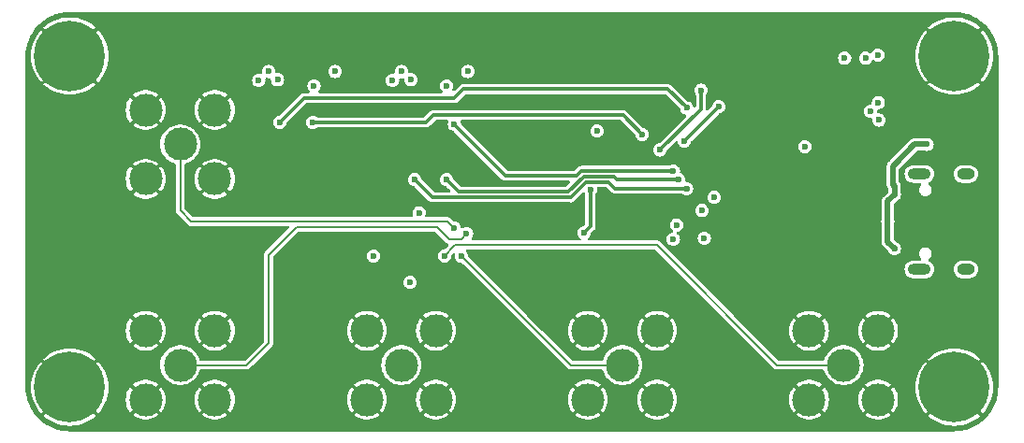
<source format=gbr>
%TF.GenerationSoftware,KiCad,Pcbnew,7.0.1*%
%TF.CreationDate,2023-05-30T08:19:09+02:00*%
%TF.ProjectId,test_SGTL5000,74657374-5f53-4475-944c-353030302e6b,rev?*%
%TF.SameCoordinates,Original*%
%TF.FileFunction,Copper,L4,Bot*%
%TF.FilePolarity,Positive*%
%FSLAX46Y46*%
G04 Gerber Fmt 4.6, Leading zero omitted, Abs format (unit mm)*
G04 Created by KiCad (PCBNEW 7.0.1) date 2023-05-30 08:19:09*
%MOMM*%
%LPD*%
G01*
G04 APERTURE LIST*
%TA.AperFunction,ComponentPad*%
%ADD10C,0.800000*%
%TD*%
%TA.AperFunction,ComponentPad*%
%ADD11C,6.400000*%
%TD*%
%TA.AperFunction,ComponentPad*%
%ADD12C,3.000000*%
%TD*%
%TA.AperFunction,ComponentPad*%
%ADD13O,2.100000X1.000000*%
%TD*%
%TA.AperFunction,ComponentPad*%
%ADD14O,1.600000X1.000000*%
%TD*%
%TA.AperFunction,ViaPad*%
%ADD15C,0.600000*%
%TD*%
%TA.AperFunction,Conductor*%
%ADD16C,0.300000*%
%TD*%
%TA.AperFunction,Conductor*%
%ADD17C,0.500000*%
%TD*%
%TA.AperFunction,Conductor*%
%ADD18C,0.200000*%
%TD*%
G04 APERTURE END LIST*
D10*
%TO.P,H101,1,1*%
%TO.N,GND*%
X97600000Y-50000000D03*
X98302944Y-48302944D03*
X98302944Y-51697056D03*
X100000000Y-47600000D03*
D11*
X100000000Y-50000000D03*
D10*
X100000000Y-52400000D03*
X101697056Y-48302944D03*
X101697056Y-51697056D03*
X102400000Y-50000000D03*
%TD*%
D12*
%TO.P,J304,1,In*%
%TO.N,/CODEC/LINEOUT_L*%
X70000000Y-78000000D03*
%TO.P,J304,2,Ext*%
%TO.N,GND*%
X66875000Y-74875000D03*
X66875000Y-81125000D03*
X73125000Y-74875000D03*
X73125000Y-81125000D03*
%TD*%
D13*
%TO.P,J401,S1,SHIELD*%
%TO.N,unconnected-(J401-SHIELD-PadS1)*%
X96870000Y-69320000D03*
D14*
X101050000Y-69320000D03*
D13*
X96870000Y-60680000D03*
D14*
X101050000Y-60680000D03*
%TD*%
D10*
%TO.P,H104,1,1*%
%TO.N,GND*%
X17600000Y-50000000D03*
X18302944Y-48302944D03*
X18302944Y-51697056D03*
X20000000Y-47600000D03*
D11*
X20000000Y-50000000D03*
D10*
X20000000Y-52400000D03*
X21697056Y-48302944D03*
X21697056Y-51697056D03*
X22400000Y-50000000D03*
%TD*%
%TO.P,H103,1,1*%
%TO.N,GND*%
X17600000Y-80000000D03*
X18302944Y-78302944D03*
X18302944Y-81697056D03*
X20000000Y-77600000D03*
D11*
X20000000Y-80000000D03*
D10*
X20000000Y-82400000D03*
X21697056Y-78302944D03*
X21697056Y-81697056D03*
X22400000Y-80000000D03*
%TD*%
D12*
%TO.P,J302,1,In*%
%TO.N,/CODEC/LINEIN_L*%
X30000000Y-78000000D03*
%TO.P,J302,2,Ext*%
%TO.N,GND*%
X26875000Y-74875000D03*
X26875000Y-81125000D03*
X33125000Y-74875000D03*
X33125000Y-81125000D03*
%TD*%
%TO.P,J303,1,In*%
%TO.N,/CODEC/MIC*%
X30000000Y-58000000D03*
%TO.P,J303,2,Ext*%
%TO.N,GND*%
X26875000Y-54875000D03*
X26875000Y-61125000D03*
X33125000Y-54875000D03*
X33125000Y-61125000D03*
%TD*%
%TO.P,J301,1,In*%
%TO.N,/CODEC/LINEIN_R*%
X50000000Y-78000000D03*
%TO.P,J301,2,Ext*%
%TO.N,GND*%
X46875000Y-74875000D03*
X46875000Y-81125000D03*
X53125000Y-74875000D03*
X53125000Y-81125000D03*
%TD*%
%TO.P,J305,1,In*%
%TO.N,/CODEC/LINEOUT_R*%
X90000000Y-78000000D03*
%TO.P,J305,2,Ext*%
%TO.N,GND*%
X86875000Y-74875000D03*
X86875000Y-81125000D03*
X93125000Y-74875000D03*
X93125000Y-81125000D03*
%TD*%
D10*
%TO.P,H102,1,1*%
%TO.N,GND*%
X97600000Y-80000000D03*
X98302944Y-78302944D03*
X98302944Y-81697056D03*
X100000000Y-77600000D03*
D11*
X100000000Y-80000000D03*
D10*
X100000000Y-82400000D03*
X101697056Y-78302944D03*
X101697056Y-81697056D03*
X102400000Y-80000000D03*
%TD*%
D15*
%TO.N,/STM32/nRST*%
X75600000Y-57700000D03*
X66550000Y-66000000D03*
X78700000Y-54600000D03*
X67100000Y-62100000D03*
%TO.N,GND*%
X86000000Y-83200000D03*
X16800000Y-64000000D03*
X36000000Y-83200000D03*
X46000000Y-83200000D03*
X86500000Y-55700000D03*
X88000000Y-83200000D03*
X48900000Y-50000000D03*
X62000000Y-83200000D03*
X70000000Y-46800000D03*
X38000000Y-83200000D03*
X48000000Y-83200000D03*
X76500000Y-65900000D03*
X76000000Y-46800000D03*
X95200000Y-68900000D03*
X95600000Y-55000000D03*
X34000000Y-83200000D03*
X103200000Y-60000000D03*
X40000000Y-83200000D03*
X38000000Y-46800000D03*
X16800000Y-72000000D03*
X84000000Y-46800000D03*
X94000000Y-46800000D03*
X82000000Y-46800000D03*
X44000000Y-83200000D03*
X51400000Y-66600000D03*
X103200000Y-70000000D03*
X80600000Y-66500000D03*
X90000000Y-83200000D03*
X103200000Y-56000000D03*
X94000000Y-83200000D03*
X28000000Y-83200000D03*
X93000000Y-70600000D03*
X64000000Y-46800000D03*
X103200000Y-68000000D03*
X86500000Y-56970000D03*
X51400000Y-67400000D03*
X88100000Y-70500000D03*
X16800000Y-68000000D03*
X59900000Y-57900000D03*
X48200000Y-69700000D03*
X74000000Y-46800000D03*
X82000000Y-83200000D03*
X54000000Y-83200000D03*
X52000000Y-83200000D03*
X75800000Y-63100000D03*
X72000000Y-46800000D03*
X54000000Y-46800000D03*
X96000000Y-46800000D03*
X103200000Y-64000000D03*
X30000000Y-46800000D03*
X94000000Y-54100000D03*
X52000000Y-46800000D03*
X60000000Y-83200000D03*
X50600000Y-67400000D03*
X16800000Y-56000000D03*
X103200000Y-58000000D03*
X61100000Y-56000000D03*
X50900000Y-53000000D03*
X42000000Y-46800000D03*
X32000000Y-46800000D03*
X70200000Y-56900000D03*
X96000000Y-83200000D03*
X65500000Y-60200000D03*
X38000000Y-54600000D03*
X66000000Y-83200000D03*
X36000000Y-46800000D03*
X58000000Y-46800000D03*
X66000000Y-46800000D03*
X40000000Y-46800000D03*
X74000000Y-83200000D03*
X54000000Y-64200000D03*
X16800000Y-70000000D03*
X16800000Y-66000000D03*
X44000000Y-46800000D03*
X69500000Y-53900000D03*
X16800000Y-74000000D03*
X77000000Y-67400000D03*
X36900000Y-50000000D03*
X88000000Y-46800000D03*
X103200000Y-76000000D03*
X70000000Y-83200000D03*
X38900000Y-53000000D03*
X46000000Y-46800000D03*
X64000000Y-83200000D03*
X58000000Y-83200000D03*
X50600000Y-66600000D03*
X26000000Y-83200000D03*
X60000000Y-46800000D03*
X86500000Y-53160000D03*
X50000000Y-83200000D03*
X92000000Y-83200000D03*
X16800000Y-58000000D03*
X76000000Y-83200000D03*
X64500000Y-59700000D03*
X84000000Y-83200000D03*
X80000000Y-46800000D03*
X26000000Y-46800000D03*
X103200000Y-54000000D03*
X103200000Y-72000000D03*
X44000000Y-54600000D03*
X16800000Y-62000000D03*
X32000000Y-83200000D03*
X49200000Y-69800000D03*
X92000000Y-46800000D03*
X42000000Y-83200000D03*
X50000000Y-54600000D03*
X78800000Y-64700000D03*
X103200000Y-66000000D03*
X91000000Y-56100000D03*
X68000000Y-46800000D03*
X50000000Y-46800000D03*
X30000000Y-83200000D03*
X61500000Y-66000000D03*
X78000000Y-46800000D03*
X103200000Y-62000000D03*
X16800000Y-60000000D03*
X48000000Y-46800000D03*
X72000000Y-83200000D03*
X24000000Y-83200000D03*
X86000000Y-46800000D03*
X24000000Y-46800000D03*
X16800000Y-76000000D03*
X34000000Y-46800000D03*
X63400000Y-61600000D03*
X56000000Y-54600000D03*
X28000000Y-46800000D03*
X95600000Y-49000000D03*
X56000000Y-83200000D03*
X88100000Y-68500000D03*
X78000000Y-83200000D03*
X103200000Y-74000000D03*
X16800000Y-54000000D03*
X68800000Y-56100000D03*
X80000000Y-83200000D03*
X74200000Y-63100000D03*
X93000000Y-59400000D03*
X90000000Y-46800000D03*
X53600000Y-69800000D03*
X68000000Y-83200000D03*
X56000000Y-46800000D03*
X89400000Y-65000000D03*
X95200000Y-61100000D03*
X62000000Y-46800000D03*
%TO.N,+3V3*%
X67700000Y-56800000D03*
X90100000Y-50200000D03*
X86500000Y-58200000D03*
X77400000Y-66500000D03*
X92000000Y-50200000D03*
X93100000Y-49900000D03*
X77200000Y-64000000D03*
X78300000Y-62800000D03*
X51600000Y-64200000D03*
%TO.N,+3.3VA*%
X50800000Y-70500000D03*
X74900000Y-65300000D03*
X56000000Y-51400000D03*
X54100000Y-52700000D03*
X74600000Y-66600000D03*
%TO.N,+1V8*%
X44000000Y-51400000D03*
X47500000Y-68100000D03*
X42100000Y-52700000D03*
%TO.N,+5V*%
X50000000Y-51400000D03*
X92450000Y-55000000D03*
X38800000Y-52150000D03*
X93150000Y-54200000D03*
X37100000Y-52200000D03*
X49200000Y-52200000D03*
X50850000Y-52150000D03*
X93200000Y-55800000D03*
X38000000Y-51400000D03*
%TO.N,/POWER/VBUS*%
X94000000Y-65000000D03*
X97550000Y-58000000D03*
X94600000Y-67450000D03*
X94600000Y-62550000D03*
%TO.N,/STM32/VCP_TX*%
X73400000Y-58500000D03*
X77100000Y-53100000D03*
%TO.N,/STM32/I2S_SCLK*%
X75800000Y-62000000D03*
X51200000Y-61200000D03*
%TO.N,/STM32/I2S_LRCLK*%
X75100000Y-61200000D03*
X54100000Y-61200000D03*
%TO.N,/STM32/I2S_DIN*%
X54800000Y-56200000D03*
X74600000Y-60400000D03*
%TO.N,/STM32/I2C_SCL*%
X75800000Y-54700000D03*
X39000000Y-56000000D03*
%TO.N,/STM32/I2C_SDA*%
X71800000Y-57100000D03*
X42000000Y-56000000D03*
%TO.N,/CODEC/LINEIN_L*%
X55900000Y-66100000D03*
%TO.N,/CODEC/MIC*%
X54800000Y-65600000D03*
%TO.N,/CODEC/LINEOUT_L*%
X55450000Y-68150000D03*
%TO.N,/CODEC/LINEOUT_R*%
X53900000Y-68099500D03*
%TD*%
D16*
%TO.N,/STM32/nRST*%
X67100000Y-65450000D02*
X66550000Y-66000000D01*
X75600000Y-57700000D02*
X78700000Y-54600000D01*
X67100000Y-62100000D02*
X67100000Y-65450000D01*
D17*
%TO.N,/POWER/VBUS*%
X94450000Y-60000000D02*
X94600000Y-59850000D01*
X94000000Y-66850000D02*
X94000000Y-65000000D01*
X94600000Y-59850000D02*
X96450000Y-58000000D01*
X94450000Y-61600000D02*
X94450000Y-60000000D01*
X94600000Y-62550000D02*
X94600000Y-61750000D01*
X94500000Y-61650000D02*
X94450000Y-61600000D01*
X94600000Y-67450000D02*
X94000000Y-66850000D01*
X94600000Y-62550000D02*
X94000000Y-63150000D01*
X94600000Y-61750000D02*
X94500000Y-61650000D01*
X94000000Y-63150000D02*
X94000000Y-65000000D01*
X96450000Y-58000000D02*
X97550000Y-58000000D01*
D16*
%TO.N,/STM32/VCP_TX*%
X73400000Y-58500000D02*
X77100000Y-54800000D01*
X77100000Y-54800000D02*
X77100000Y-53100000D01*
%TO.N,/STM32/I2S_SCLK*%
X66714212Y-61400000D02*
X65314212Y-62800000D01*
X69350000Y-62000000D02*
X68750000Y-61400000D01*
X68750000Y-61400000D02*
X66714212Y-61400000D01*
X75800000Y-62000000D02*
X69350000Y-62000000D01*
X65314212Y-62800000D02*
X52800000Y-62800000D01*
X52800000Y-62800000D02*
X51200000Y-61200000D01*
%TO.N,/STM32/I2S_LRCLK*%
X66507106Y-60900000D02*
X65107106Y-62300000D01*
X69500000Y-61200000D02*
X69200000Y-60900000D01*
X69200000Y-60900000D02*
X66507106Y-60900000D01*
X55200000Y-62300000D02*
X54100000Y-61200000D01*
X65107106Y-62300000D02*
X55200000Y-62300000D01*
X75100000Y-61200000D02*
X69500000Y-61200000D01*
%TO.N,/STM32/I2S_DIN*%
X66300000Y-60400000D02*
X65850000Y-60850000D01*
X59450000Y-60850000D02*
X54800000Y-56200000D01*
X74600000Y-60400000D02*
X66300000Y-60400000D01*
X65850000Y-60850000D02*
X59450000Y-60850000D01*
%TO.N,/STM32/I2C_SCL*%
X54800000Y-53800000D02*
X55600000Y-53000000D01*
X39000000Y-56000000D02*
X41200000Y-53800000D01*
X41200000Y-53800000D02*
X54800000Y-53800000D01*
X55600000Y-53000000D02*
X74100000Y-53000000D01*
X74100000Y-53000000D02*
X75800000Y-54700000D01*
%TO.N,/STM32/I2C_SDA*%
X52240381Y-56000000D02*
X52890381Y-55350000D01*
X42000000Y-56000000D02*
X52240381Y-56000000D01*
X70050000Y-55350000D02*
X71800000Y-57100000D01*
X52890381Y-55350000D02*
X70050000Y-55350000D01*
D18*
%TO.N,/CODEC/LINEIN_L*%
X40500000Y-65500000D02*
X38000000Y-68000000D01*
X55900000Y-66100000D02*
X55400000Y-66600000D01*
X54300000Y-66600000D02*
X53200000Y-65500000D01*
X38000000Y-76000000D02*
X36000000Y-78000000D01*
X38000000Y-68000000D02*
X38000000Y-76000000D01*
X53200000Y-65500000D02*
X40500000Y-65500000D01*
X36000000Y-78000000D02*
X30000000Y-78000000D01*
X55400000Y-66600000D02*
X54300000Y-66600000D01*
%TO.N,/CODEC/MIC*%
X54200000Y-65000000D02*
X31000000Y-65000000D01*
X30000000Y-64000000D02*
X30000000Y-58000000D01*
X54800000Y-65600000D02*
X54200000Y-65000000D01*
X31000000Y-65000000D02*
X30000000Y-64000000D01*
%TO.N,/CODEC/LINEOUT_L*%
X65300000Y-78000000D02*
X70000000Y-78000000D01*
X55450000Y-68150000D02*
X65300000Y-78000000D01*
%TO.N,/CODEC/LINEOUT_R*%
X53900000Y-68099500D02*
X54799500Y-67200000D01*
X54799500Y-67200000D02*
X54800000Y-67200000D01*
X54900000Y-67100000D02*
X73100000Y-67100000D01*
X73100000Y-67100000D02*
X84000000Y-78000000D01*
X54800000Y-67200000D02*
X54900000Y-67100000D01*
X84000000Y-78000000D02*
X90000000Y-78000000D01*
%TD*%
%TA.AperFunction,Conductor*%
%TO.N,GND*%
G36*
X100002854Y-46000632D02*
G01*
X100018811Y-46001369D01*
X100173088Y-46008502D01*
X100369795Y-46018166D01*
X100380787Y-46019201D01*
X100562876Y-46044601D01*
X100563781Y-46044732D01*
X100747261Y-46071949D01*
X100757413Y-46073892D01*
X100938614Y-46116510D01*
X100940023Y-46116852D01*
X101117874Y-46161401D01*
X101127091Y-46164096D01*
X101304478Y-46223550D01*
X101306618Y-46224292D01*
X101478220Y-46285692D01*
X101486519Y-46289004D01*
X101657980Y-46364712D01*
X101660909Y-46366051D01*
X101747263Y-46406892D01*
X101825119Y-46443715D01*
X101832411Y-46447465D01*
X101929135Y-46501341D01*
X101996435Y-46538827D01*
X101999810Y-46540777D01*
X102155371Y-46634017D01*
X102161670Y-46638058D01*
X102316699Y-46744256D01*
X102320459Y-46746935D01*
X102466009Y-46854882D01*
X102471305Y-46859040D01*
X102616009Y-46979200D01*
X102619947Y-46982617D01*
X102754206Y-47104303D01*
X102758590Y-47108478D01*
X102891520Y-47241408D01*
X102895698Y-47245795D01*
X103017375Y-47380045D01*
X103020805Y-47383998D01*
X103140951Y-47528684D01*
X103145124Y-47534000D01*
X103234734Y-47654825D01*
X103253041Y-47679509D01*
X103255742Y-47683299D01*
X103361940Y-47838328D01*
X103365999Y-47844656D01*
X103459200Y-48000153D01*
X103461171Y-48003563D01*
X103552525Y-48167573D01*
X103556291Y-48174896D01*
X103633947Y-48339089D01*
X103635286Y-48342018D01*
X103710994Y-48513479D01*
X103714311Y-48521791D01*
X103775666Y-48693265D01*
X103776487Y-48695634D01*
X103835894Y-48872881D01*
X103838606Y-48882157D01*
X103883104Y-49059803D01*
X103883526Y-49061543D01*
X103926101Y-49242562D01*
X103928053Y-49252758D01*
X103955257Y-49436156D01*
X103955410Y-49437218D01*
X103980794Y-49619184D01*
X103981834Y-49630232D01*
X103991512Y-49827238D01*
X103991529Y-49827595D01*
X103999368Y-49997145D01*
X103999500Y-50002872D01*
X103999500Y-79997128D01*
X103999368Y-80002855D01*
X103991529Y-80172404D01*
X103991512Y-80172761D01*
X103981834Y-80369766D01*
X103980794Y-80380814D01*
X103955410Y-80562780D01*
X103955257Y-80563842D01*
X103928053Y-80747240D01*
X103926101Y-80757436D01*
X103883526Y-80938455D01*
X103883104Y-80940195D01*
X103838606Y-81117841D01*
X103835894Y-81127117D01*
X103776487Y-81304364D01*
X103775666Y-81306733D01*
X103714311Y-81478207D01*
X103710994Y-81486519D01*
X103635286Y-81657980D01*
X103633947Y-81660909D01*
X103556291Y-81825102D01*
X103552525Y-81832425D01*
X103461171Y-81996435D01*
X103459200Y-81999845D01*
X103365999Y-82155342D01*
X103361940Y-82161670D01*
X103255742Y-82316699D01*
X103253041Y-82320489D01*
X103145135Y-82465984D01*
X103140935Y-82471334D01*
X103068607Y-82558436D01*
X103030297Y-82604572D01*
X103020851Y-82615947D01*
X103017331Y-82620004D01*
X102895717Y-82754183D01*
X102891520Y-82758590D01*
X102758590Y-82891520D01*
X102754183Y-82895717D01*
X102620004Y-83017331D01*
X102615955Y-83020843D01*
X102573649Y-83055974D01*
X102471334Y-83140935D01*
X102465984Y-83145135D01*
X102320489Y-83253041D01*
X102316699Y-83255742D01*
X102161670Y-83361940D01*
X102155342Y-83365999D01*
X101999845Y-83459200D01*
X101996435Y-83461171D01*
X101832425Y-83552525D01*
X101825102Y-83556291D01*
X101660909Y-83633947D01*
X101657980Y-83635286D01*
X101486519Y-83710994D01*
X101478207Y-83714311D01*
X101306733Y-83775666D01*
X101304364Y-83776487D01*
X101127117Y-83835894D01*
X101117841Y-83838606D01*
X100940195Y-83883104D01*
X100938455Y-83883526D01*
X100757436Y-83926101D01*
X100747240Y-83928053D01*
X100563842Y-83955257D01*
X100562780Y-83955410D01*
X100380814Y-83980794D01*
X100369766Y-83981834D01*
X100172931Y-83991503D01*
X100172575Y-83991520D01*
X100007393Y-83999158D01*
X100002854Y-83999368D01*
X99997128Y-83999500D01*
X20002872Y-83999500D01*
X19997145Y-83999368D01*
X19992305Y-83999144D01*
X19827423Y-83991520D01*
X19827067Y-83991503D01*
X19630232Y-83981834D01*
X19619184Y-83980794D01*
X19437218Y-83955410D01*
X19436156Y-83955257D01*
X19252758Y-83928053D01*
X19242562Y-83926101D01*
X19061543Y-83883526D01*
X19059803Y-83883104D01*
X18882157Y-83838606D01*
X18872881Y-83835894D01*
X18695634Y-83776487D01*
X18693265Y-83775666D01*
X18521791Y-83714311D01*
X18513479Y-83710994D01*
X18342018Y-83635286D01*
X18339089Y-83633947D01*
X18174896Y-83556291D01*
X18167573Y-83552525D01*
X18003563Y-83461171D01*
X18000153Y-83459200D01*
X17948459Y-83428216D01*
X17844645Y-83365992D01*
X17838328Y-83361940D01*
X17683299Y-83255742D01*
X17679509Y-83253041D01*
X17534000Y-83145124D01*
X17528684Y-83140951D01*
X17383998Y-83020805D01*
X17380045Y-83017375D01*
X17245795Y-82895698D01*
X17241408Y-82891520D01*
X17108478Y-82758590D01*
X17104303Y-82754206D01*
X16982617Y-82619947D01*
X16979200Y-82616009D01*
X16950078Y-82580939D01*
X17631192Y-82580939D01*
X17654825Y-82604572D01*
X17939931Y-82835447D01*
X18247593Y-83035246D01*
X18574468Y-83201797D01*
X18916954Y-83333265D01*
X19271316Y-83428216D01*
X19633645Y-83485602D01*
X20000000Y-83504802D01*
X20366354Y-83485602D01*
X20728683Y-83428216D01*
X21083045Y-83333265D01*
X21425531Y-83201797D01*
X21752406Y-83035246D01*
X22060068Y-82835447D01*
X22345173Y-82604573D01*
X22368807Y-82580939D01*
X22288647Y-82500779D01*
X25711350Y-82500779D01*
X25749570Y-82536240D01*
X25972479Y-82688217D01*
X26215542Y-82805270D01*
X26473339Y-82884791D01*
X26740109Y-82925000D01*
X27009891Y-82925000D01*
X27276660Y-82884791D01*
X27534460Y-82805270D01*
X27777519Y-82688219D01*
X28000430Y-82536241D01*
X28038647Y-82500780D01*
X28038648Y-82500780D01*
X28038647Y-82500779D01*
X31961350Y-82500779D01*
X31999570Y-82536240D01*
X32222479Y-82688217D01*
X32465542Y-82805270D01*
X32723339Y-82884791D01*
X32990109Y-82925000D01*
X33259891Y-82925000D01*
X33526660Y-82884791D01*
X33784460Y-82805270D01*
X34027519Y-82688219D01*
X34250430Y-82536241D01*
X34288647Y-82500780D01*
X34288648Y-82500780D01*
X34288647Y-82500779D01*
X45711350Y-82500779D01*
X45749570Y-82536240D01*
X45972479Y-82688217D01*
X46215542Y-82805270D01*
X46473339Y-82884791D01*
X46740109Y-82925000D01*
X47009891Y-82925000D01*
X47276660Y-82884791D01*
X47534460Y-82805270D01*
X47777519Y-82688219D01*
X48000430Y-82536241D01*
X48038647Y-82500780D01*
X48038648Y-82500780D01*
X48038647Y-82500779D01*
X51961350Y-82500779D01*
X51999570Y-82536240D01*
X52222479Y-82688217D01*
X52465542Y-82805270D01*
X52723339Y-82884791D01*
X52990109Y-82925000D01*
X53259891Y-82925000D01*
X53526660Y-82884791D01*
X53784460Y-82805270D01*
X54027519Y-82688219D01*
X54250430Y-82536241D01*
X54288647Y-82500780D01*
X54288648Y-82500780D01*
X54288647Y-82500779D01*
X65711350Y-82500779D01*
X65749570Y-82536240D01*
X65972479Y-82688217D01*
X66215542Y-82805270D01*
X66473339Y-82884791D01*
X66740109Y-82925000D01*
X67009891Y-82925000D01*
X67276660Y-82884791D01*
X67534460Y-82805270D01*
X67777519Y-82688219D01*
X68000430Y-82536241D01*
X68038647Y-82500780D01*
X68038648Y-82500780D01*
X68038647Y-82500779D01*
X71961350Y-82500779D01*
X71999570Y-82536240D01*
X72222479Y-82688217D01*
X72465542Y-82805270D01*
X72723339Y-82884791D01*
X72990109Y-82925000D01*
X73259891Y-82925000D01*
X73526660Y-82884791D01*
X73784460Y-82805270D01*
X74027519Y-82688219D01*
X74250430Y-82536241D01*
X74288647Y-82500780D01*
X74288648Y-82500780D01*
X74288647Y-82500779D01*
X85711350Y-82500779D01*
X85749570Y-82536240D01*
X85972479Y-82688217D01*
X86215542Y-82805270D01*
X86473339Y-82884791D01*
X86740109Y-82925000D01*
X87009891Y-82925000D01*
X87276660Y-82884791D01*
X87534460Y-82805270D01*
X87777519Y-82688219D01*
X88000430Y-82536241D01*
X88038647Y-82500780D01*
X88038648Y-82500780D01*
X88038647Y-82500779D01*
X91961350Y-82500779D01*
X91999570Y-82536240D01*
X92222479Y-82688217D01*
X92465542Y-82805270D01*
X92723339Y-82884791D01*
X92990109Y-82925000D01*
X93259891Y-82925000D01*
X93526660Y-82884791D01*
X93784460Y-82805270D01*
X94027519Y-82688219D01*
X94184870Y-82580939D01*
X97631192Y-82580939D01*
X97654825Y-82604572D01*
X97939931Y-82835447D01*
X98247593Y-83035246D01*
X98574468Y-83201797D01*
X98916954Y-83333265D01*
X99271316Y-83428216D01*
X99633645Y-83485602D01*
X100000000Y-83504802D01*
X100366354Y-83485602D01*
X100728683Y-83428216D01*
X101083045Y-83333265D01*
X101425531Y-83201797D01*
X101752406Y-83035246D01*
X102060068Y-82835447D01*
X102345173Y-82604573D01*
X102368807Y-82580939D01*
X100000000Y-80212132D01*
X97631192Y-82580939D01*
X94184870Y-82580939D01*
X94250430Y-82536241D01*
X94288647Y-82500780D01*
X94288648Y-82500780D01*
X93125000Y-81337132D01*
X91961350Y-82500779D01*
X88038647Y-82500779D01*
X86875000Y-81337132D01*
X85711350Y-82500779D01*
X74288647Y-82500779D01*
X73125000Y-81337132D01*
X71961350Y-82500779D01*
X68038647Y-82500779D01*
X66875000Y-81337132D01*
X65711350Y-82500779D01*
X54288647Y-82500779D01*
X53125000Y-81337132D01*
X51961350Y-82500779D01*
X48038647Y-82500779D01*
X46875000Y-81337132D01*
X45711350Y-82500779D01*
X34288647Y-82500779D01*
X33125000Y-81337132D01*
X31961350Y-82500779D01*
X28038647Y-82500779D01*
X26875000Y-81337132D01*
X25711350Y-82500779D01*
X22288647Y-82500779D01*
X20000000Y-80212132D01*
X17631192Y-82580939D01*
X16950078Y-82580939D01*
X16859040Y-82471305D01*
X16854882Y-82466009D01*
X16746935Y-82320459D01*
X16744256Y-82316699D01*
X16638058Y-82161670D01*
X16634017Y-82155371D01*
X16540777Y-81999810D01*
X16538827Y-81996435D01*
X16489668Y-81908178D01*
X16447465Y-81832411D01*
X16443715Y-81825119D01*
X16406892Y-81747263D01*
X16366051Y-81660909D01*
X16364712Y-81657980D01*
X16289004Y-81486519D01*
X16285692Y-81478220D01*
X16224292Y-81306618D01*
X16223550Y-81304478D01*
X16164096Y-81127091D01*
X16161401Y-81117874D01*
X16116852Y-80940023D01*
X16116510Y-80938614D01*
X16073892Y-80757413D01*
X16071949Y-80747261D01*
X16044732Y-80563781D01*
X16044588Y-80562780D01*
X16019201Y-80380787D01*
X16018166Y-80369795D01*
X16008480Y-80172611D01*
X16000632Y-80002854D01*
X16000566Y-80000000D01*
X16495197Y-80000000D01*
X16514397Y-80366354D01*
X16571783Y-80728683D01*
X16666734Y-81083045D01*
X16798202Y-81425531D01*
X16964753Y-81752406D01*
X17164552Y-82060068D01*
X17395427Y-82345174D01*
X17419060Y-82368807D01*
X19787868Y-80000001D01*
X20212132Y-80000001D01*
X22580938Y-82368806D01*
X22580939Y-82368807D01*
X22604573Y-82345173D01*
X22835447Y-82060068D01*
X23035246Y-81752406D01*
X23201797Y-81425531D01*
X23317160Y-81124999D01*
X25069952Y-81124999D01*
X25090113Y-81394026D01*
X25150146Y-81657049D01*
X25248708Y-81908178D01*
X25383599Y-82141818D01*
X25500038Y-82287828D01*
X25500039Y-82287828D01*
X26662868Y-81125001D01*
X26662868Y-81125000D01*
X27087132Y-81125000D01*
X28249959Y-82287828D01*
X28249960Y-82287827D01*
X28366400Y-82141818D01*
X28501291Y-81908178D01*
X28599853Y-81657049D01*
X28659886Y-81394026D01*
X28680047Y-81125000D01*
X28680047Y-81124999D01*
X31319952Y-81124999D01*
X31340113Y-81394026D01*
X31400146Y-81657049D01*
X31498708Y-81908178D01*
X31633599Y-82141818D01*
X31750038Y-82287828D01*
X31750039Y-82287828D01*
X32912868Y-81125001D01*
X32912868Y-81125000D01*
X32912867Y-81124999D01*
X33337131Y-81124999D01*
X34499959Y-82287828D01*
X34499960Y-82287827D01*
X34616400Y-82141818D01*
X34751291Y-81908178D01*
X34849853Y-81657049D01*
X34909886Y-81394026D01*
X34930047Y-81125000D01*
X45069952Y-81125000D01*
X45090113Y-81394026D01*
X45150146Y-81657049D01*
X45248708Y-81908178D01*
X45383599Y-82141818D01*
X45500038Y-82287828D01*
X45500039Y-82287828D01*
X46662868Y-81125001D01*
X46662868Y-81125000D01*
X47087132Y-81125000D01*
X48249959Y-82287828D01*
X48249960Y-82287827D01*
X48366400Y-82141818D01*
X48501291Y-81908178D01*
X48599853Y-81657049D01*
X48659886Y-81394026D01*
X48680047Y-81125000D01*
X51319952Y-81125000D01*
X51340113Y-81394026D01*
X51400146Y-81657049D01*
X51498708Y-81908178D01*
X51633599Y-82141818D01*
X51750038Y-82287828D01*
X52912868Y-81125001D01*
X52912868Y-81125000D01*
X53337132Y-81125000D01*
X54499959Y-82287828D01*
X54499960Y-82287827D01*
X54616400Y-82141818D01*
X54751291Y-81908178D01*
X54849853Y-81657049D01*
X54909886Y-81394026D01*
X54930047Y-81125000D01*
X65069952Y-81125000D01*
X65090113Y-81394026D01*
X65150146Y-81657049D01*
X65248708Y-81908178D01*
X65383599Y-82141818D01*
X65500038Y-82287828D01*
X65500039Y-82287828D01*
X66662868Y-81125001D01*
X66662868Y-81125000D01*
X67087132Y-81125000D01*
X68249959Y-82287828D01*
X68249960Y-82287827D01*
X68366400Y-82141818D01*
X68501291Y-81908178D01*
X68599853Y-81657049D01*
X68659886Y-81394026D01*
X68680047Y-81125000D01*
X71319952Y-81125000D01*
X71340113Y-81394026D01*
X71400146Y-81657049D01*
X71498708Y-81908178D01*
X71633599Y-82141818D01*
X71750038Y-82287828D01*
X71750039Y-82287828D01*
X72912868Y-81125001D01*
X72912868Y-81125000D01*
X73337132Y-81125000D01*
X74499959Y-82287828D01*
X74499960Y-82287827D01*
X74616400Y-82141818D01*
X74751291Y-81908178D01*
X74849853Y-81657049D01*
X74909886Y-81394026D01*
X74930047Y-81125000D01*
X85069952Y-81125000D01*
X85090113Y-81394026D01*
X85150146Y-81657049D01*
X85248708Y-81908178D01*
X85383599Y-82141818D01*
X85500038Y-82287828D01*
X86662868Y-81125001D01*
X86662868Y-81125000D01*
X87087132Y-81125000D01*
X88249959Y-82287828D01*
X88249960Y-82287827D01*
X88366400Y-82141818D01*
X88501291Y-81908178D01*
X88599853Y-81657049D01*
X88659886Y-81394026D01*
X88680047Y-81125000D01*
X91319952Y-81125000D01*
X91340113Y-81394026D01*
X91400146Y-81657049D01*
X91498708Y-81908178D01*
X91633599Y-82141818D01*
X91750038Y-82287828D01*
X92912867Y-81124999D01*
X93337131Y-81124999D01*
X94499959Y-82287828D01*
X94499960Y-82287827D01*
X94616400Y-82141818D01*
X94751291Y-81908178D01*
X94849853Y-81657049D01*
X94909886Y-81394026D01*
X94930047Y-81125000D01*
X94909886Y-80855973D01*
X94849853Y-80592950D01*
X94751291Y-80341821D01*
X94616401Y-80108181D01*
X94530128Y-80000000D01*
X96495197Y-80000000D01*
X96514397Y-80366354D01*
X96571783Y-80728683D01*
X96666734Y-81083045D01*
X96798202Y-81425531D01*
X96964753Y-81752406D01*
X97164552Y-82060068D01*
X97395427Y-82345174D01*
X97419060Y-82368807D01*
X99787868Y-80000001D01*
X100212132Y-80000001D01*
X102580938Y-82368806D01*
X102580939Y-82368807D01*
X102604573Y-82345173D01*
X102835447Y-82060068D01*
X103035246Y-81752406D01*
X103201797Y-81425531D01*
X103333265Y-81083045D01*
X103428216Y-80728683D01*
X103485602Y-80366354D01*
X103504802Y-80000000D01*
X103485602Y-79633645D01*
X103428216Y-79271316D01*
X103333265Y-78916954D01*
X103201797Y-78574468D01*
X103035246Y-78247594D01*
X102835447Y-77939931D01*
X102604572Y-77654825D01*
X102580939Y-77631192D01*
X102580938Y-77631192D01*
X100212132Y-79999999D01*
X100212132Y-80000001D01*
X99787868Y-80000001D01*
X99787868Y-79999999D01*
X97419060Y-77631191D01*
X97395426Y-77654825D01*
X97164552Y-77939931D01*
X96964753Y-78247594D01*
X96798202Y-78574468D01*
X96666734Y-78916954D01*
X96571783Y-79271316D01*
X96514397Y-79633645D01*
X96495197Y-80000000D01*
X94530128Y-80000000D01*
X94499959Y-79962170D01*
X93337131Y-81124999D01*
X92912867Y-81124999D01*
X91750038Y-79962170D01*
X91633599Y-80108181D01*
X91498708Y-80341821D01*
X91400146Y-80592950D01*
X91340113Y-80855973D01*
X91319952Y-81125000D01*
X88680047Y-81125000D01*
X88659886Y-80855973D01*
X88599853Y-80592950D01*
X88501291Y-80341821D01*
X88366401Y-80108181D01*
X88249959Y-79962170D01*
X87087132Y-81125000D01*
X86662868Y-81125000D01*
X85500038Y-79962170D01*
X85383599Y-80108181D01*
X85248708Y-80341821D01*
X85150146Y-80592950D01*
X85090113Y-80855973D01*
X85069952Y-81125000D01*
X74930047Y-81125000D01*
X74909886Y-80855973D01*
X74849853Y-80592950D01*
X74751291Y-80341821D01*
X74616401Y-80108181D01*
X74499959Y-79962170D01*
X73337132Y-81125000D01*
X72912868Y-81125000D01*
X71750038Y-79962170D01*
X71633599Y-80108181D01*
X71498708Y-80341821D01*
X71400146Y-80592950D01*
X71340113Y-80855973D01*
X71319952Y-81125000D01*
X68680047Y-81125000D01*
X68659886Y-80855973D01*
X68599853Y-80592950D01*
X68501291Y-80341821D01*
X68366401Y-80108181D01*
X68249959Y-79962170D01*
X67087132Y-81125000D01*
X66662868Y-81125000D01*
X65500038Y-79962170D01*
X65383599Y-80108181D01*
X65248708Y-80341821D01*
X65150146Y-80592950D01*
X65090113Y-80855973D01*
X65069952Y-81125000D01*
X54930047Y-81125000D01*
X54909886Y-80855973D01*
X54849853Y-80592950D01*
X54751291Y-80341821D01*
X54616401Y-80108181D01*
X54499959Y-79962170D01*
X53337132Y-81125000D01*
X52912868Y-81125000D01*
X51750038Y-79962170D01*
X51633599Y-80108181D01*
X51498708Y-80341821D01*
X51400146Y-80592950D01*
X51340113Y-80855973D01*
X51319952Y-81125000D01*
X48680047Y-81125000D01*
X48659886Y-80855973D01*
X48599853Y-80592950D01*
X48501291Y-80341821D01*
X48366401Y-80108181D01*
X48249959Y-79962170D01*
X47087132Y-81125000D01*
X46662868Y-81125000D01*
X45500038Y-79962170D01*
X45383599Y-80108181D01*
X45248708Y-80341821D01*
X45150146Y-80592950D01*
X45090113Y-80855973D01*
X45069952Y-81125000D01*
X34930047Y-81125000D01*
X34909886Y-80855973D01*
X34849853Y-80592950D01*
X34751291Y-80341821D01*
X34616401Y-80108181D01*
X34499959Y-79962170D01*
X33337131Y-81124999D01*
X32912867Y-81124999D01*
X31750038Y-79962170D01*
X31633599Y-80108181D01*
X31498708Y-80341821D01*
X31400146Y-80592950D01*
X31340113Y-80855973D01*
X31319952Y-81124999D01*
X28680047Y-81124999D01*
X28659886Y-80855973D01*
X28599853Y-80592950D01*
X28501291Y-80341821D01*
X28366401Y-80108181D01*
X28249959Y-79962170D01*
X27087132Y-81125000D01*
X26662868Y-81125000D01*
X25500038Y-79962170D01*
X25383599Y-80108181D01*
X25248708Y-80341821D01*
X25150146Y-80592950D01*
X25090113Y-80855973D01*
X25069952Y-81124999D01*
X23317160Y-81124999D01*
X23333265Y-81083045D01*
X23428216Y-80728683D01*
X23485602Y-80366354D01*
X23504802Y-80000000D01*
X23491659Y-79749219D01*
X25711350Y-79749219D01*
X26875000Y-80912868D01*
X26875001Y-80912868D01*
X28038648Y-79749219D01*
X28000425Y-79713755D01*
X27777523Y-79561782D01*
X27534460Y-79444729D01*
X27276660Y-79365208D01*
X27009891Y-79325000D01*
X26740109Y-79325000D01*
X26473339Y-79365208D01*
X26215542Y-79444729D01*
X25972479Y-79561782D01*
X25749570Y-79713758D01*
X25711350Y-79749219D01*
X23491659Y-79749219D01*
X23485602Y-79633645D01*
X23428216Y-79271316D01*
X23333265Y-78916954D01*
X23201797Y-78574468D01*
X23035246Y-78247594D01*
X22874456Y-78000000D01*
X28194450Y-78000000D01*
X28214616Y-78269100D01*
X28243045Y-78393653D01*
X28274666Y-78532195D01*
X28373257Y-78783398D01*
X28508185Y-79017102D01*
X28676439Y-79228085D01*
X28874259Y-79411635D01*
X29097226Y-79563651D01*
X29340359Y-79680738D01*
X29598228Y-79760280D01*
X29865071Y-79800500D01*
X30134929Y-79800500D01*
X30401772Y-79760280D01*
X30437631Y-79749219D01*
X31961350Y-79749219D01*
X33125000Y-80912868D01*
X33125001Y-80912868D01*
X34288648Y-79749219D01*
X45711350Y-79749219D01*
X46875000Y-80912868D01*
X46875001Y-80912868D01*
X48038648Y-79749219D01*
X48000425Y-79713755D01*
X47777523Y-79561782D01*
X47534460Y-79444729D01*
X47276660Y-79365208D01*
X47009891Y-79325000D01*
X46740109Y-79325000D01*
X46473339Y-79365208D01*
X46215542Y-79444729D01*
X45972479Y-79561782D01*
X45749570Y-79713758D01*
X45711350Y-79749219D01*
X34288648Y-79749219D01*
X34250425Y-79713755D01*
X34027523Y-79561782D01*
X33784460Y-79444729D01*
X33526660Y-79365208D01*
X33259891Y-79325000D01*
X32990109Y-79325000D01*
X32723339Y-79365208D01*
X32465542Y-79444729D01*
X32222479Y-79561782D01*
X31999570Y-79713758D01*
X31961350Y-79749219D01*
X30437631Y-79749219D01*
X30659641Y-79680738D01*
X30902775Y-79563651D01*
X31125741Y-79411635D01*
X31323561Y-79228085D01*
X31491815Y-79017102D01*
X31626743Y-78783398D01*
X31725334Y-78532195D01*
X31733388Y-78496907D01*
X31757332Y-78447187D01*
X31800477Y-78412780D01*
X31854279Y-78400500D01*
X36063433Y-78400500D01*
X36084499Y-78393655D01*
X36103414Y-78389112D01*
X36125304Y-78385646D01*
X36145042Y-78375587D01*
X36163016Y-78368142D01*
X36184090Y-78361296D01*
X36202021Y-78348267D01*
X36218598Y-78338109D01*
X36238342Y-78328050D01*
X36246674Y-78319717D01*
X36246680Y-78319713D01*
X36566393Y-78000000D01*
X48194450Y-78000000D01*
X48214616Y-78269100D01*
X48243045Y-78393653D01*
X48274666Y-78532195D01*
X48373257Y-78783398D01*
X48508185Y-79017102D01*
X48676439Y-79228085D01*
X48874259Y-79411635D01*
X49097226Y-79563651D01*
X49340359Y-79680738D01*
X49598228Y-79760280D01*
X49865071Y-79800500D01*
X50134929Y-79800500D01*
X50401772Y-79760280D01*
X50437631Y-79749219D01*
X51961350Y-79749219D01*
X53125000Y-80912868D01*
X53125001Y-80912868D01*
X54288648Y-79749219D01*
X65711350Y-79749219D01*
X66875000Y-80912868D01*
X66875001Y-80912868D01*
X68038648Y-79749219D01*
X68000425Y-79713755D01*
X67777523Y-79561782D01*
X67534460Y-79444729D01*
X67276660Y-79365208D01*
X67009891Y-79325000D01*
X66740109Y-79325000D01*
X66473339Y-79365208D01*
X66215542Y-79444729D01*
X65972479Y-79561782D01*
X65749570Y-79713758D01*
X65711350Y-79749219D01*
X54288648Y-79749219D01*
X54250425Y-79713755D01*
X54027523Y-79561782D01*
X53784460Y-79444729D01*
X53526660Y-79365208D01*
X53259891Y-79325000D01*
X52990109Y-79325000D01*
X52723339Y-79365208D01*
X52465542Y-79444729D01*
X52222479Y-79561782D01*
X51999570Y-79713758D01*
X51961350Y-79749219D01*
X50437631Y-79749219D01*
X50659641Y-79680738D01*
X50902775Y-79563651D01*
X51125741Y-79411635D01*
X51323561Y-79228085D01*
X51491815Y-79017102D01*
X51626743Y-78783398D01*
X51725334Y-78532195D01*
X51785383Y-78269103D01*
X51805549Y-78000000D01*
X51785383Y-77730897D01*
X51725334Y-77467805D01*
X51626743Y-77216602D01*
X51491815Y-76982898D01*
X51323561Y-76771915D01*
X51323560Y-76771914D01*
X51125743Y-76588366D01*
X51017250Y-76514397D01*
X50902775Y-76436349D01*
X50659641Y-76319262D01*
X50580097Y-76294726D01*
X50437626Y-76250779D01*
X51961350Y-76250779D01*
X51999570Y-76286240D01*
X52222479Y-76438217D01*
X52465542Y-76555270D01*
X52723339Y-76634791D01*
X52990109Y-76675000D01*
X53259891Y-76675000D01*
X53526660Y-76634791D01*
X53784460Y-76555270D01*
X54027519Y-76438219D01*
X54250430Y-76286241D01*
X54288647Y-76250780D01*
X54288648Y-76250780D01*
X53125000Y-75087132D01*
X51961350Y-76250779D01*
X50437626Y-76250779D01*
X50401771Y-76239719D01*
X50134929Y-76199500D01*
X49865071Y-76199500D01*
X49598228Y-76239719D01*
X49340359Y-76319262D01*
X49097228Y-76436347D01*
X48874257Y-76588366D01*
X48676439Y-76771915D01*
X48508184Y-76982899D01*
X48373257Y-77216601D01*
X48274666Y-77467804D01*
X48214616Y-77730899D01*
X48194450Y-78000000D01*
X36566393Y-78000000D01*
X38315613Y-76250779D01*
X45711350Y-76250779D01*
X45749570Y-76286240D01*
X45972479Y-76438217D01*
X46215542Y-76555270D01*
X46473339Y-76634791D01*
X46740109Y-76675000D01*
X47009891Y-76675000D01*
X47276660Y-76634791D01*
X47534460Y-76555270D01*
X47777519Y-76438219D01*
X48000430Y-76286241D01*
X48038647Y-76250780D01*
X48038648Y-76250780D01*
X46875000Y-75087132D01*
X45711350Y-76250779D01*
X38315613Y-76250779D01*
X38322924Y-76243468D01*
X38322924Y-76243467D01*
X38328050Y-76238342D01*
X38338106Y-76218603D01*
X38348274Y-76202011D01*
X38361296Y-76184090D01*
X38368144Y-76163011D01*
X38375586Y-76145044D01*
X38385646Y-76125304D01*
X38389112Y-76103414D01*
X38393655Y-76084499D01*
X38400500Y-76063433D01*
X38400500Y-74874999D01*
X45069952Y-74874999D01*
X45090113Y-75144026D01*
X45150146Y-75407049D01*
X45248708Y-75658178D01*
X45383599Y-75891818D01*
X45500038Y-76037828D01*
X46662868Y-74875001D01*
X46662868Y-74875000D01*
X47087132Y-74875000D01*
X48249959Y-76037828D01*
X48249960Y-76037827D01*
X48366400Y-75891818D01*
X48501291Y-75658178D01*
X48599853Y-75407049D01*
X48659886Y-75144026D01*
X48680047Y-74874999D01*
X51319952Y-74874999D01*
X51340113Y-75144026D01*
X51400146Y-75407049D01*
X51498708Y-75658178D01*
X51633599Y-75891818D01*
X51750038Y-76037828D01*
X52912868Y-74875001D01*
X52912868Y-74875000D01*
X53337132Y-74875000D01*
X54499959Y-76037828D01*
X54499960Y-76037827D01*
X54616400Y-75891818D01*
X54751291Y-75658178D01*
X54849853Y-75407049D01*
X54909886Y-75144026D01*
X54930047Y-74874999D01*
X54909886Y-74605973D01*
X54849853Y-74342950D01*
X54751291Y-74091821D01*
X54616401Y-73858181D01*
X54499959Y-73712170D01*
X53337132Y-74875000D01*
X52912868Y-74875000D01*
X51750038Y-73712170D01*
X51633599Y-73858181D01*
X51498708Y-74091821D01*
X51400146Y-74342950D01*
X51340113Y-74605973D01*
X51319952Y-74874999D01*
X48680047Y-74874999D01*
X48659886Y-74605973D01*
X48599853Y-74342950D01*
X48501291Y-74091821D01*
X48366401Y-73858181D01*
X48249959Y-73712170D01*
X47087132Y-74875000D01*
X46662868Y-74875000D01*
X45500038Y-73712170D01*
X45383599Y-73858181D01*
X45248708Y-74091821D01*
X45150146Y-74342950D01*
X45090113Y-74605973D01*
X45069952Y-74874999D01*
X38400500Y-74874999D01*
X38400500Y-73499219D01*
X45711350Y-73499219D01*
X46875000Y-74662868D01*
X46875001Y-74662868D01*
X48038648Y-73499219D01*
X51961350Y-73499219D01*
X53125000Y-74662868D01*
X53125001Y-74662868D01*
X54288648Y-73499219D01*
X54250425Y-73463755D01*
X54027523Y-73311782D01*
X53784460Y-73194729D01*
X53526660Y-73115208D01*
X53259891Y-73075000D01*
X52990109Y-73075000D01*
X52723339Y-73115208D01*
X52465542Y-73194729D01*
X52222479Y-73311782D01*
X51999570Y-73463758D01*
X51961350Y-73499219D01*
X48038648Y-73499219D01*
X48000425Y-73463755D01*
X47777523Y-73311782D01*
X47534460Y-73194729D01*
X47276660Y-73115208D01*
X47009891Y-73075000D01*
X46740109Y-73075000D01*
X46473339Y-73115208D01*
X46215542Y-73194729D01*
X45972479Y-73311782D01*
X45749570Y-73463758D01*
X45711350Y-73499219D01*
X38400500Y-73499219D01*
X38400500Y-70500000D01*
X50194317Y-70500000D01*
X50214956Y-70656762D01*
X50275463Y-70802840D01*
X50371717Y-70928282D01*
X50497159Y-71024536D01*
X50643238Y-71085044D01*
X50800000Y-71105682D01*
X50956762Y-71085044D01*
X51102841Y-71024536D01*
X51228282Y-70928282D01*
X51324536Y-70802841D01*
X51385044Y-70656762D01*
X51405682Y-70500000D01*
X51385044Y-70343238D01*
X51324536Y-70197159D01*
X51265714Y-70120500D01*
X51228282Y-70071717D01*
X51102840Y-69975463D01*
X50956762Y-69914956D01*
X50800000Y-69894317D01*
X50643237Y-69914956D01*
X50497159Y-69975463D01*
X50371717Y-70071717D01*
X50275463Y-70197159D01*
X50214956Y-70343237D01*
X50194317Y-70500000D01*
X38400500Y-70500000D01*
X38400500Y-68217255D01*
X38409939Y-68169802D01*
X38436819Y-68129574D01*
X38466394Y-68099999D01*
X46894317Y-68099999D01*
X46914956Y-68256762D01*
X46975463Y-68402840D01*
X47071717Y-68528282D01*
X47157640Y-68594212D01*
X47197159Y-68624536D01*
X47343238Y-68685044D01*
X47500000Y-68705682D01*
X47656762Y-68685044D01*
X47802841Y-68624536D01*
X47928282Y-68528282D01*
X48024536Y-68402841D01*
X48085044Y-68256762D01*
X48105682Y-68100000D01*
X48085044Y-67943238D01*
X48024536Y-67797159D01*
X47997295Y-67761658D01*
X47928282Y-67671717D01*
X47802840Y-67575463D01*
X47656762Y-67514956D01*
X47500000Y-67494317D01*
X47343237Y-67514956D01*
X47197159Y-67575463D01*
X47071717Y-67671717D01*
X46975463Y-67797159D01*
X46914956Y-67943237D01*
X46894317Y-68099999D01*
X38466394Y-68099999D01*
X40629574Y-65936819D01*
X40669802Y-65909939D01*
X40717255Y-65900500D01*
X52982745Y-65900500D01*
X53030198Y-65909939D01*
X53070426Y-65936819D01*
X54047770Y-66914163D01*
X54047775Y-66914167D01*
X54061658Y-66928050D01*
X54081394Y-66938106D01*
X54097982Y-66948271D01*
X54115910Y-66961296D01*
X54136979Y-66968141D01*
X54154959Y-66975589D01*
X54192197Y-66994564D01*
X54191936Y-66995075D01*
X54230928Y-67013049D01*
X54268331Y-67069021D01*
X54270975Y-67136289D01*
X54238082Y-67195024D01*
X53975008Y-67458097D01*
X53942171Y-67481628D01*
X53903513Y-67493355D01*
X53743237Y-67514456D01*
X53597159Y-67574963D01*
X53471717Y-67671217D01*
X53375463Y-67796659D01*
X53314956Y-67942737D01*
X53294317Y-68099500D01*
X53314956Y-68256262D01*
X53375463Y-68402340D01*
X53471717Y-68527782D01*
X53537531Y-68578282D01*
X53597159Y-68624036D01*
X53743238Y-68684544D01*
X53900000Y-68705182D01*
X54056762Y-68684544D01*
X54202841Y-68624036D01*
X54328282Y-68527782D01*
X54424536Y-68402341D01*
X54485044Y-68256262D01*
X54505682Y-68099500D01*
X54505681Y-68099496D01*
X54506144Y-68095984D01*
X54517871Y-68057325D01*
X54541397Y-68024494D01*
X54650976Y-67914915D01*
X54703435Y-67883705D01*
X54764434Y-67881309D01*
X54819184Y-67908308D01*
X54854417Y-67958161D01*
X54861592Y-68018784D01*
X54844317Y-68149999D01*
X54864956Y-68306762D01*
X54925463Y-68452840D01*
X55021717Y-68578282D01*
X55147159Y-68674536D01*
X55293238Y-68735044D01*
X55450000Y-68755682D01*
X55450001Y-68755681D01*
X55453513Y-68756144D01*
X55492172Y-68767871D01*
X55525009Y-68791402D01*
X65047770Y-78314163D01*
X65047775Y-78314167D01*
X65061658Y-78328050D01*
X65081397Y-78338107D01*
X65097982Y-78348271D01*
X65115910Y-78361297D01*
X65136978Y-78368142D01*
X65154955Y-78375588D01*
X65174692Y-78385644D01*
X65174696Y-78385646D01*
X65196585Y-78389112D01*
X65215489Y-78393651D01*
X65236567Y-78400500D01*
X65268481Y-78400500D01*
X65363433Y-78400500D01*
X68145721Y-78400500D01*
X68199523Y-78412780D01*
X68242668Y-78447187D01*
X68266612Y-78496908D01*
X68274665Y-78532194D01*
X68291257Y-78574468D01*
X68373257Y-78783398D01*
X68508185Y-79017102D01*
X68676439Y-79228085D01*
X68874259Y-79411635D01*
X69097226Y-79563651D01*
X69340359Y-79680738D01*
X69598228Y-79760280D01*
X69865071Y-79800500D01*
X70134929Y-79800500D01*
X70401772Y-79760280D01*
X70437631Y-79749219D01*
X71961350Y-79749219D01*
X73125000Y-80912868D01*
X73125001Y-80912868D01*
X74288648Y-79749219D01*
X85711350Y-79749219D01*
X86875000Y-80912868D01*
X86875001Y-80912868D01*
X88038648Y-79749219D01*
X88000425Y-79713755D01*
X87777523Y-79561782D01*
X87534460Y-79444729D01*
X87276660Y-79365208D01*
X87009891Y-79325000D01*
X86740109Y-79325000D01*
X86473339Y-79365208D01*
X86215542Y-79444729D01*
X85972479Y-79561782D01*
X85749570Y-79713758D01*
X85711350Y-79749219D01*
X74288648Y-79749219D01*
X74250425Y-79713755D01*
X74027523Y-79561782D01*
X73784460Y-79444729D01*
X73526660Y-79365208D01*
X73259891Y-79325000D01*
X72990109Y-79325000D01*
X72723339Y-79365208D01*
X72465542Y-79444729D01*
X72222479Y-79561782D01*
X71999570Y-79713758D01*
X71961350Y-79749219D01*
X70437631Y-79749219D01*
X70659641Y-79680738D01*
X70902775Y-79563651D01*
X71125741Y-79411635D01*
X71323561Y-79228085D01*
X71491815Y-79017102D01*
X71626743Y-78783398D01*
X71725334Y-78532195D01*
X71785383Y-78269103D01*
X71805549Y-78000000D01*
X71785383Y-77730897D01*
X71725334Y-77467805D01*
X71626743Y-77216602D01*
X71491815Y-76982898D01*
X71323561Y-76771915D01*
X71323560Y-76771914D01*
X71125743Y-76588366D01*
X71017250Y-76514397D01*
X70902775Y-76436349D01*
X70659641Y-76319262D01*
X70580097Y-76294726D01*
X70437626Y-76250779D01*
X71961350Y-76250779D01*
X71999570Y-76286240D01*
X72222479Y-76438217D01*
X72465542Y-76555270D01*
X72723339Y-76634791D01*
X72990109Y-76675000D01*
X73259891Y-76675000D01*
X73526660Y-76634791D01*
X73784460Y-76555270D01*
X74027519Y-76438219D01*
X74250430Y-76286241D01*
X74288647Y-76250780D01*
X74288648Y-76250780D01*
X73125000Y-75087132D01*
X71961350Y-76250779D01*
X70437626Y-76250779D01*
X70401771Y-76239719D01*
X70134929Y-76199500D01*
X69865071Y-76199500D01*
X69598228Y-76239719D01*
X69340359Y-76319262D01*
X69097228Y-76436347D01*
X68874257Y-76588366D01*
X68676439Y-76771915D01*
X68508184Y-76982899D01*
X68373257Y-77216602D01*
X68274665Y-77467805D01*
X68266612Y-77503092D01*
X68242668Y-77552813D01*
X68199523Y-77587220D01*
X68145721Y-77599500D01*
X65517255Y-77599500D01*
X65469802Y-77590061D01*
X65429574Y-77563181D01*
X64117172Y-76250779D01*
X65711350Y-76250779D01*
X65749570Y-76286240D01*
X65972479Y-76438217D01*
X66215542Y-76555270D01*
X66473339Y-76634791D01*
X66740109Y-76675000D01*
X67009891Y-76675000D01*
X67276660Y-76634791D01*
X67534460Y-76555270D01*
X67777519Y-76438219D01*
X68000430Y-76286241D01*
X68038647Y-76250780D01*
X68038648Y-76250780D01*
X66875000Y-75087132D01*
X65711350Y-76250779D01*
X64117172Y-76250779D01*
X62741392Y-74874999D01*
X65069952Y-74874999D01*
X65090113Y-75144026D01*
X65150146Y-75407049D01*
X65248708Y-75658178D01*
X65383599Y-75891818D01*
X65500038Y-76037828D01*
X66662868Y-74875001D01*
X66662868Y-74875000D01*
X67087132Y-74875000D01*
X68249959Y-76037828D01*
X68249960Y-76037827D01*
X68366400Y-75891818D01*
X68501291Y-75658178D01*
X68599853Y-75407049D01*
X68659886Y-75144026D01*
X68680047Y-74874999D01*
X71319952Y-74874999D01*
X71340113Y-75144026D01*
X71400146Y-75407049D01*
X71498708Y-75658178D01*
X71633599Y-75891818D01*
X71750038Y-76037828D01*
X71750039Y-76037828D01*
X72912868Y-74875001D01*
X72912868Y-74875000D01*
X72912867Y-74874999D01*
X73337131Y-74874999D01*
X74499959Y-76037828D01*
X74499960Y-76037827D01*
X74616400Y-75891818D01*
X74751291Y-75658178D01*
X74849853Y-75407049D01*
X74909886Y-75144026D01*
X74930047Y-74874999D01*
X74909886Y-74605973D01*
X74849853Y-74342950D01*
X74751291Y-74091821D01*
X74616401Y-73858181D01*
X74499959Y-73712170D01*
X73337131Y-74874999D01*
X72912867Y-74874999D01*
X71750038Y-73712170D01*
X71633599Y-73858181D01*
X71498708Y-74091821D01*
X71400146Y-74342950D01*
X71340113Y-74605973D01*
X71319952Y-74874999D01*
X68680047Y-74874999D01*
X68659886Y-74605973D01*
X68599853Y-74342950D01*
X68501291Y-74091821D01*
X68366401Y-73858181D01*
X68249959Y-73712170D01*
X67087132Y-74875000D01*
X66662868Y-74875000D01*
X65500038Y-73712170D01*
X65383599Y-73858181D01*
X65248708Y-74091821D01*
X65150146Y-74342950D01*
X65090113Y-74605973D01*
X65069952Y-74874999D01*
X62741392Y-74874999D01*
X61365612Y-73499219D01*
X65711350Y-73499219D01*
X66875000Y-74662868D01*
X66875001Y-74662868D01*
X68038648Y-73499219D01*
X71961350Y-73499219D01*
X73125000Y-74662868D01*
X73125001Y-74662868D01*
X74288648Y-73499219D01*
X74250425Y-73463755D01*
X74027523Y-73311782D01*
X73784460Y-73194729D01*
X73526660Y-73115208D01*
X73259891Y-73075000D01*
X72990109Y-73075000D01*
X72723339Y-73115208D01*
X72465542Y-73194729D01*
X72222479Y-73311782D01*
X71999570Y-73463758D01*
X71961350Y-73499219D01*
X68038648Y-73499219D01*
X68000425Y-73463755D01*
X67777523Y-73311782D01*
X67534460Y-73194729D01*
X67276660Y-73115208D01*
X67009891Y-73075000D01*
X66740109Y-73075000D01*
X66473339Y-73115208D01*
X66215542Y-73194729D01*
X65972479Y-73311782D01*
X65749570Y-73463758D01*
X65711350Y-73499219D01*
X61365612Y-73499219D01*
X56091402Y-68225009D01*
X56067871Y-68192172D01*
X56056144Y-68153513D01*
X56055681Y-68150001D01*
X56055682Y-68150000D01*
X56035044Y-67993238D01*
X55974536Y-67847159D01*
X55930746Y-67790090D01*
X55868344Y-67708766D01*
X55868545Y-67708611D01*
X55841998Y-67674934D01*
X55831660Y-67614770D01*
X55851283Y-67556964D01*
X55896111Y-67515527D01*
X55955278Y-67500500D01*
X72882745Y-67500500D01*
X72930198Y-67509939D01*
X72970426Y-67536819D01*
X83747770Y-78314163D01*
X83747775Y-78314167D01*
X83761658Y-78328050D01*
X83781388Y-78338103D01*
X83781400Y-78338109D01*
X83797988Y-78348274D01*
X83815911Y-78361296D01*
X83836987Y-78368144D01*
X83854945Y-78375582D01*
X83874696Y-78385646D01*
X83884525Y-78387202D01*
X83896577Y-78389112D01*
X83915497Y-78393654D01*
X83936567Y-78400500D01*
X83968481Y-78400500D01*
X84063433Y-78400500D01*
X88145721Y-78400500D01*
X88199523Y-78412780D01*
X88242668Y-78447187D01*
X88266612Y-78496908D01*
X88274665Y-78532194D01*
X88291257Y-78574468D01*
X88373257Y-78783398D01*
X88508185Y-79017102D01*
X88676439Y-79228085D01*
X88874259Y-79411635D01*
X89097226Y-79563651D01*
X89340359Y-79680738D01*
X89598228Y-79760280D01*
X89865071Y-79800500D01*
X90134929Y-79800500D01*
X90401772Y-79760280D01*
X90437631Y-79749219D01*
X91961350Y-79749219D01*
X93125000Y-80912868D01*
X93125001Y-80912868D01*
X94288648Y-79749219D01*
X94250425Y-79713755D01*
X94027523Y-79561782D01*
X93784460Y-79444729D01*
X93526660Y-79365208D01*
X93259891Y-79325000D01*
X92990109Y-79325000D01*
X92723339Y-79365208D01*
X92465542Y-79444729D01*
X92222479Y-79561782D01*
X91999570Y-79713758D01*
X91961350Y-79749219D01*
X90437631Y-79749219D01*
X90659641Y-79680738D01*
X90902775Y-79563651D01*
X91125741Y-79411635D01*
X91323561Y-79228085D01*
X91491815Y-79017102D01*
X91626743Y-78783398D01*
X91725334Y-78532195D01*
X91785383Y-78269103D01*
X91805549Y-78000000D01*
X91785383Y-77730897D01*
X91725334Y-77467805D01*
X91706203Y-77419060D01*
X97631191Y-77419060D01*
X100000000Y-79787868D01*
X100000001Y-79787868D01*
X102368807Y-77419061D01*
X102345169Y-77395423D01*
X102060068Y-77164552D01*
X101752406Y-76964753D01*
X101425531Y-76798202D01*
X101083045Y-76666734D01*
X100728683Y-76571783D01*
X100366354Y-76514397D01*
X100000000Y-76495197D01*
X99633645Y-76514397D01*
X99271316Y-76571783D01*
X98916954Y-76666734D01*
X98574468Y-76798202D01*
X98247594Y-76964753D01*
X97939931Y-77164552D01*
X97654825Y-77395426D01*
X97631191Y-77419060D01*
X91706203Y-77419060D01*
X91626743Y-77216602D01*
X91491815Y-76982898D01*
X91323561Y-76771915D01*
X91323560Y-76771914D01*
X91125743Y-76588366D01*
X91017250Y-76514397D01*
X90902775Y-76436349D01*
X90659641Y-76319262D01*
X90580097Y-76294726D01*
X90437626Y-76250779D01*
X91961350Y-76250779D01*
X91999570Y-76286240D01*
X92222479Y-76438217D01*
X92465542Y-76555270D01*
X92723339Y-76634791D01*
X92990109Y-76675000D01*
X93259891Y-76675000D01*
X93526660Y-76634791D01*
X93784460Y-76555270D01*
X94027519Y-76438219D01*
X94250430Y-76286241D01*
X94288647Y-76250780D01*
X94288648Y-76250780D01*
X93125000Y-75087132D01*
X91961350Y-76250779D01*
X90437626Y-76250779D01*
X90401771Y-76239719D01*
X90134929Y-76199500D01*
X89865071Y-76199500D01*
X89598228Y-76239719D01*
X89340359Y-76319262D01*
X89097228Y-76436347D01*
X88874257Y-76588366D01*
X88676439Y-76771915D01*
X88508184Y-76982899D01*
X88373257Y-77216602D01*
X88274665Y-77467805D01*
X88266612Y-77503092D01*
X88242668Y-77552813D01*
X88199523Y-77587220D01*
X88145721Y-77599500D01*
X84217255Y-77599500D01*
X84169802Y-77590061D01*
X84129574Y-77563181D01*
X82817172Y-76250779D01*
X85711350Y-76250779D01*
X85749570Y-76286240D01*
X85972479Y-76438217D01*
X86215542Y-76555270D01*
X86473339Y-76634791D01*
X86740109Y-76675000D01*
X87009891Y-76675000D01*
X87276660Y-76634791D01*
X87534460Y-76555270D01*
X87777519Y-76438219D01*
X88000430Y-76286241D01*
X88038647Y-76250780D01*
X88038648Y-76250780D01*
X86875000Y-75087132D01*
X85711350Y-76250779D01*
X82817172Y-76250779D01*
X81441392Y-74874999D01*
X85069952Y-74874999D01*
X85090113Y-75144026D01*
X85150146Y-75407049D01*
X85248708Y-75658178D01*
X85383599Y-75891818D01*
X85500038Y-76037828D01*
X86662868Y-74875001D01*
X86662868Y-74875000D01*
X87087132Y-74875000D01*
X88249959Y-76037828D01*
X88249960Y-76037827D01*
X88366400Y-75891818D01*
X88501291Y-75658178D01*
X88599853Y-75407049D01*
X88659886Y-75144026D01*
X88680047Y-74874999D01*
X91319952Y-74874999D01*
X91340113Y-75144026D01*
X91400146Y-75407049D01*
X91498708Y-75658178D01*
X91633599Y-75891818D01*
X91750038Y-76037828D01*
X92912866Y-74875000D01*
X93337132Y-74875000D01*
X94499959Y-76037828D01*
X94499960Y-76037827D01*
X94616400Y-75891818D01*
X94751291Y-75658178D01*
X94849853Y-75407049D01*
X94909886Y-75144026D01*
X94930047Y-74874999D01*
X94909886Y-74605973D01*
X94849853Y-74342950D01*
X94751291Y-74091821D01*
X94616401Y-73858181D01*
X94499959Y-73712170D01*
X93337132Y-74875000D01*
X92912866Y-74875000D01*
X92912867Y-74874999D01*
X91750038Y-73712170D01*
X91633599Y-73858181D01*
X91498708Y-74091821D01*
X91400146Y-74342950D01*
X91340113Y-74605973D01*
X91319952Y-74874999D01*
X88680047Y-74874999D01*
X88659886Y-74605973D01*
X88599853Y-74342950D01*
X88501291Y-74091821D01*
X88366401Y-73858181D01*
X88249959Y-73712170D01*
X87087132Y-74875000D01*
X86662868Y-74875000D01*
X85500038Y-73712170D01*
X85383599Y-73858181D01*
X85248708Y-74091821D01*
X85150146Y-74342950D01*
X85090113Y-74605973D01*
X85069952Y-74874999D01*
X81441392Y-74874999D01*
X80065612Y-73499219D01*
X85711350Y-73499219D01*
X86875000Y-74662868D01*
X86875001Y-74662868D01*
X88038648Y-73499219D01*
X91961350Y-73499219D01*
X93125000Y-74662868D01*
X93125001Y-74662868D01*
X94288648Y-73499219D01*
X94250425Y-73463755D01*
X94027523Y-73311782D01*
X93784460Y-73194729D01*
X93526660Y-73115208D01*
X93259891Y-73075000D01*
X92990109Y-73075000D01*
X92723339Y-73115208D01*
X92465542Y-73194729D01*
X92222479Y-73311782D01*
X91999570Y-73463758D01*
X91961350Y-73499219D01*
X88038648Y-73499219D01*
X88000425Y-73463755D01*
X87777523Y-73311782D01*
X87534460Y-73194729D01*
X87276660Y-73115208D01*
X87009891Y-73075000D01*
X86740109Y-73075000D01*
X86473339Y-73115208D01*
X86215542Y-73194729D01*
X85972479Y-73311782D01*
X85749570Y-73463758D01*
X85711350Y-73499219D01*
X80065612Y-73499219D01*
X75886394Y-69320000D01*
X95514434Y-69320000D01*
X95534631Y-69499251D01*
X95534631Y-69499253D01*
X95534632Y-69499255D01*
X95594211Y-69669522D01*
X95594212Y-69669523D01*
X95690185Y-69822264D01*
X95817735Y-69949814D01*
X95817737Y-69949815D01*
X95817738Y-69949816D01*
X95970478Y-70045789D01*
X96140745Y-70105368D01*
X96207895Y-70112934D01*
X96275043Y-70120500D01*
X96275046Y-70120500D01*
X97464954Y-70120500D01*
X97464957Y-70120500D01*
X97522511Y-70114014D01*
X97599255Y-70105368D01*
X97769522Y-70045789D01*
X97922262Y-69949816D01*
X98049816Y-69822262D01*
X98145789Y-69669522D01*
X98205368Y-69499255D01*
X98225565Y-69320000D01*
X99944434Y-69320000D01*
X99964631Y-69499251D01*
X99964631Y-69499253D01*
X99964632Y-69499255D01*
X100024211Y-69669522D01*
X100024212Y-69669523D01*
X100120185Y-69822264D01*
X100247735Y-69949814D01*
X100247737Y-69949815D01*
X100247738Y-69949816D01*
X100400478Y-70045789D01*
X100570745Y-70105368D01*
X100637895Y-70112934D01*
X100705043Y-70120500D01*
X100705046Y-70120500D01*
X101394954Y-70120500D01*
X101394957Y-70120500D01*
X101452511Y-70114014D01*
X101529255Y-70105368D01*
X101699522Y-70045789D01*
X101852262Y-69949816D01*
X101979816Y-69822262D01*
X102075789Y-69669522D01*
X102135368Y-69499255D01*
X102155565Y-69320000D01*
X102135368Y-69140745D01*
X102075789Y-68970478D01*
X101979816Y-68817738D01*
X101979815Y-68817737D01*
X101979814Y-68817735D01*
X101852264Y-68690185D01*
X101746988Y-68624036D01*
X101699522Y-68594211D01*
X101529255Y-68534632D01*
X101529253Y-68534631D01*
X101529251Y-68534631D01*
X101394957Y-68519500D01*
X101394954Y-68519500D01*
X100705046Y-68519500D01*
X100705043Y-68519500D01*
X100570748Y-68534631D01*
X100570745Y-68534631D01*
X100570745Y-68534632D01*
X100400478Y-68594211D01*
X100400476Y-68594211D01*
X100400476Y-68594212D01*
X100247735Y-68690185D01*
X100120185Y-68817735D01*
X100024212Y-68970476D01*
X99964631Y-69140748D01*
X99944434Y-69320000D01*
X98225565Y-69320000D01*
X98205368Y-69140745D01*
X98145789Y-68970478D01*
X98049816Y-68817738D01*
X98049815Y-68817737D01*
X98049814Y-68817735D01*
X97922264Y-68690185D01*
X97816988Y-68624036D01*
X97769522Y-68594211D01*
X97751224Y-68587808D01*
X97697068Y-68550326D01*
X97669745Y-68490395D01*
X97676967Y-68424927D01*
X97716696Y-68372392D01*
X97810451Y-68300451D01*
X97902698Y-68180233D01*
X97960687Y-68040236D01*
X97980466Y-67890000D01*
X97960687Y-67739764D01*
X97902698Y-67599767D01*
X97810451Y-67479549D01*
X97690233Y-67387302D01*
X97690231Y-67387301D01*
X97550235Y-67329312D01*
X97437721Y-67314500D01*
X97437720Y-67314500D01*
X97362280Y-67314500D01*
X97362279Y-67314500D01*
X97249764Y-67329312D01*
X97109768Y-67387301D01*
X96989549Y-67479549D01*
X96897301Y-67599768D01*
X96839312Y-67739764D01*
X96819533Y-67890000D01*
X96839312Y-68040235D01*
X96884779Y-68150000D01*
X96897302Y-68180233D01*
X96956025Y-68256762D01*
X96999487Y-68313402D01*
X96998588Y-68314091D01*
X97023006Y-68345063D01*
X97033345Y-68405227D01*
X97013723Y-68463034D01*
X96968895Y-68504473D01*
X96909727Y-68519500D01*
X96275043Y-68519500D01*
X96140748Y-68534631D01*
X96140745Y-68534631D01*
X96140745Y-68534632D01*
X95970478Y-68594211D01*
X95970476Y-68594211D01*
X95970476Y-68594212D01*
X95817735Y-68690185D01*
X95690185Y-68817735D01*
X95594212Y-68970476D01*
X95534631Y-69140748D01*
X95514434Y-69320000D01*
X75886394Y-69320000D01*
X73354690Y-66788296D01*
X73354675Y-66788283D01*
X73338342Y-66771950D01*
X73338341Y-66771949D01*
X73338339Y-66771947D01*
X73318599Y-66761889D01*
X73302014Y-66751726D01*
X73284090Y-66738704D01*
X73263020Y-66731858D01*
X73245044Y-66724412D01*
X73225302Y-66714353D01*
X73203418Y-66710886D01*
X73184507Y-66706346D01*
X73163435Y-66699500D01*
X73163433Y-66699500D01*
X73131519Y-66699500D01*
X66990116Y-66699500D01*
X66930948Y-66684473D01*
X66886121Y-66643035D01*
X66871512Y-66599999D01*
X73994317Y-66599999D01*
X74014956Y-66756762D01*
X74075463Y-66902840D01*
X74171717Y-67028282D01*
X74251723Y-67089672D01*
X74297159Y-67124536D01*
X74443238Y-67185044D01*
X74600000Y-67205682D01*
X74756762Y-67185044D01*
X74902841Y-67124536D01*
X75028282Y-67028282D01*
X75124536Y-66902841D01*
X75185044Y-66756762D01*
X75205682Y-66600000D01*
X75192517Y-66499999D01*
X76794317Y-66499999D01*
X76814956Y-66656762D01*
X76875463Y-66802840D01*
X76971717Y-66928282D01*
X77097159Y-67024536D01*
X77243238Y-67085044D01*
X77400000Y-67105682D01*
X77556762Y-67085044D01*
X77702841Y-67024536D01*
X77828282Y-66928282D01*
X77924536Y-66802841D01*
X77985044Y-66656762D01*
X78005682Y-66500000D01*
X77985044Y-66343238D01*
X77924536Y-66197159D01*
X77915240Y-66185044D01*
X77828282Y-66071717D01*
X77702840Y-65975463D01*
X77556762Y-65914956D01*
X77400000Y-65894317D01*
X77243237Y-65914956D01*
X77097159Y-65975463D01*
X76971717Y-66071717D01*
X76875463Y-66197159D01*
X76814956Y-66343237D01*
X76794317Y-66499999D01*
X75192517Y-66499999D01*
X75185044Y-66443238D01*
X75124536Y-66297159D01*
X75028282Y-66171718D01*
X74951063Y-66112466D01*
X74914630Y-66067475D01*
X74902592Y-66010845D01*
X74917577Y-65954924D01*
X74956316Y-65911899D01*
X75010364Y-65891152D01*
X75056762Y-65885044D01*
X75202841Y-65824536D01*
X75328282Y-65728282D01*
X75424536Y-65602841D01*
X75485044Y-65456762D01*
X75505682Y-65300000D01*
X75485044Y-65143238D01*
X75425712Y-64999999D01*
X93394317Y-64999999D01*
X93414955Y-65156761D01*
X93440061Y-65217370D01*
X93449500Y-65264823D01*
X93449500Y-66838478D01*
X93449428Y-66842711D01*
X93447237Y-66906826D01*
X93456963Y-66946733D01*
X93459334Y-66959207D01*
X93464930Y-66999922D01*
X93472079Y-67016380D01*
X93478819Y-67036421D01*
X93483067Y-67053853D01*
X93503206Y-67089672D01*
X93508852Y-67101039D01*
X93525219Y-67138719D01*
X93536543Y-67152638D01*
X93548437Y-67170113D01*
X93556831Y-67185043D01*
X93557235Y-67185760D01*
X93586289Y-67214814D01*
X93594796Y-67224240D01*
X93620722Y-67256108D01*
X93635378Y-67266453D01*
X93651552Y-67280077D01*
X94023477Y-67652002D01*
X94050356Y-67692228D01*
X94075463Y-67752840D01*
X94171717Y-67878282D01*
X94289268Y-67968481D01*
X94297159Y-67974536D01*
X94443238Y-68035044D01*
X94600000Y-68055682D01*
X94756762Y-68035044D01*
X94902841Y-67974536D01*
X95028282Y-67878282D01*
X95124536Y-67752841D01*
X95185044Y-67606762D01*
X95205682Y-67450000D01*
X95185044Y-67293238D01*
X95124536Y-67147159D01*
X95089147Y-67101039D01*
X95028282Y-67021717D01*
X94902840Y-66925463D01*
X94842228Y-66900356D01*
X94802002Y-66873477D01*
X94586819Y-66658294D01*
X94559939Y-66618066D01*
X94550500Y-66570613D01*
X94550500Y-65264823D01*
X94559939Y-65217370D01*
X94585044Y-65156761D01*
X94586824Y-65143237D01*
X94605682Y-65000000D01*
X94585044Y-64843238D01*
X94559938Y-64782629D01*
X94550500Y-64735177D01*
X94550500Y-63429387D01*
X94559939Y-63381935D01*
X94586816Y-63341708D01*
X94802007Y-63126516D01*
X94842228Y-63099642D01*
X94902841Y-63074536D01*
X95028282Y-62978282D01*
X95124536Y-62852841D01*
X95185044Y-62706762D01*
X95205682Y-62550000D01*
X95203870Y-62536240D01*
X95185044Y-62393238D01*
X95159939Y-62332630D01*
X95150500Y-62285177D01*
X95150500Y-61761522D01*
X95150572Y-61757289D01*
X95152762Y-61693174D01*
X95143035Y-61653262D01*
X95140665Y-61640794D01*
X95135070Y-61600080D01*
X95127920Y-61583620D01*
X95121180Y-61563578D01*
X95116933Y-61546148D01*
X95116931Y-61546144D01*
X95096796Y-61510333D01*
X95091148Y-61498963D01*
X95074780Y-61461280D01*
X95063458Y-61447364D01*
X95051554Y-61429874D01*
X95042763Y-61414238D01*
X95036819Y-61408294D01*
X95009939Y-61368066D01*
X95000500Y-61320613D01*
X95000500Y-60680000D01*
X95514434Y-60680000D01*
X95534631Y-60859251D01*
X95534631Y-60859253D01*
X95534632Y-60859255D01*
X95594211Y-61029522D01*
X95650978Y-61119867D01*
X95690185Y-61182264D01*
X95817735Y-61309814D01*
X95817737Y-61309815D01*
X95817738Y-61309816D01*
X95970478Y-61405789D01*
X96140745Y-61465368D01*
X96207895Y-61472934D01*
X96275043Y-61480500D01*
X96909727Y-61480500D01*
X96968895Y-61495527D01*
X97013723Y-61536966D01*
X97033345Y-61594773D01*
X97023006Y-61654937D01*
X96998588Y-61685908D01*
X96999487Y-61686598D01*
X96897301Y-61819768D01*
X96839312Y-61959764D01*
X96819533Y-62109999D01*
X96839312Y-62260235D01*
X96897301Y-62400231D01*
X96897302Y-62400233D01*
X96989549Y-62520451D01*
X97109767Y-62612698D01*
X97183497Y-62643238D01*
X97249764Y-62670687D01*
X97362279Y-62685500D01*
X97362280Y-62685500D01*
X97437720Y-62685500D01*
X97437721Y-62685500D01*
X97493978Y-62678093D01*
X97550236Y-62670687D01*
X97690233Y-62612698D01*
X97810451Y-62520451D01*
X97902698Y-62400233D01*
X97960687Y-62260236D01*
X97980466Y-62110000D01*
X97979149Y-62100000D01*
X97960687Y-61959764D01*
X97953842Y-61943238D01*
X97902698Y-61819767D01*
X97810451Y-61699549D01*
X97810449Y-61699547D01*
X97810448Y-61699546D01*
X97716695Y-61627606D01*
X97676966Y-61575071D01*
X97669745Y-61509602D01*
X97697070Y-61449671D01*
X97751227Y-61412190D01*
X97769522Y-61405789D01*
X97922262Y-61309816D01*
X98049816Y-61182262D01*
X98145789Y-61029522D01*
X98205368Y-60859255D01*
X98225565Y-60680000D01*
X99944434Y-60680000D01*
X99964631Y-60859251D01*
X99964631Y-60859253D01*
X99964632Y-60859255D01*
X100024211Y-61029522D01*
X100080978Y-61119867D01*
X100120185Y-61182264D01*
X100247735Y-61309814D01*
X100247737Y-61309815D01*
X100247738Y-61309816D01*
X100400478Y-61405789D01*
X100570745Y-61465368D01*
X100637895Y-61472934D01*
X100705043Y-61480500D01*
X100705046Y-61480500D01*
X101394954Y-61480500D01*
X101394957Y-61480500D01*
X101452511Y-61474014D01*
X101529255Y-61465368D01*
X101699522Y-61405789D01*
X101852262Y-61309816D01*
X101979816Y-61182262D01*
X102075789Y-61029522D01*
X102135368Y-60859255D01*
X102155565Y-60680000D01*
X102135368Y-60500745D01*
X102075789Y-60330478D01*
X101979816Y-60177738D01*
X101979815Y-60177737D01*
X101979814Y-60177735D01*
X101852264Y-60050185D01*
X101737539Y-59978099D01*
X101699522Y-59954211D01*
X101529255Y-59894632D01*
X101529253Y-59894631D01*
X101529251Y-59894631D01*
X101394957Y-59879500D01*
X101394954Y-59879500D01*
X100705046Y-59879500D01*
X100705043Y-59879500D01*
X100570748Y-59894631D01*
X100570745Y-59894631D01*
X100570745Y-59894632D01*
X100400478Y-59954211D01*
X100400476Y-59954211D01*
X100400476Y-59954212D01*
X100247735Y-60050185D01*
X100120185Y-60177735D01*
X100024212Y-60330476D01*
X99964631Y-60500748D01*
X99944434Y-60680000D01*
X98225565Y-60680000D01*
X98205368Y-60500745D01*
X98145789Y-60330478D01*
X98049816Y-60177738D01*
X98049815Y-60177737D01*
X98049814Y-60177735D01*
X97922264Y-60050185D01*
X97807539Y-59978099D01*
X97769522Y-59954211D01*
X97599255Y-59894632D01*
X97599253Y-59894631D01*
X97599251Y-59894631D01*
X97464957Y-59879500D01*
X97464954Y-59879500D01*
X96275046Y-59879500D01*
X96275043Y-59879500D01*
X96140748Y-59894631D01*
X96140745Y-59894631D01*
X96140745Y-59894632D01*
X95970478Y-59954211D01*
X95970476Y-59954211D01*
X95970476Y-59954212D01*
X95817735Y-60050185D01*
X95690185Y-60177735D01*
X95594212Y-60330476D01*
X95534631Y-60500748D01*
X95514434Y-60680000D01*
X95000500Y-60680000D01*
X95000500Y-60279387D01*
X95009939Y-60231934D01*
X95036819Y-60191706D01*
X96641705Y-58586819D01*
X96681933Y-58559939D01*
X96729386Y-58550500D01*
X97285177Y-58550500D01*
X97332629Y-58559938D01*
X97393237Y-58585043D01*
X97393238Y-58585044D01*
X97549999Y-58605682D01*
X97549999Y-58605681D01*
X97550000Y-58605682D01*
X97706762Y-58585044D01*
X97852841Y-58524536D01*
X97978282Y-58428282D01*
X98074536Y-58302841D01*
X98135044Y-58156762D01*
X98155682Y-58000000D01*
X98135044Y-57843238D01*
X98074536Y-57697159D01*
X98011460Y-57614956D01*
X97978282Y-57571717D01*
X97852840Y-57475463D01*
X97706762Y-57414956D01*
X97549999Y-57394317D01*
X97393238Y-57414955D01*
X97332630Y-57440061D01*
X97285177Y-57449500D01*
X96461522Y-57449500D01*
X96457289Y-57449428D01*
X96393173Y-57447237D01*
X96353255Y-57456965D01*
X96340784Y-57459335D01*
X96300078Y-57464930D01*
X96283612Y-57472082D01*
X96263578Y-57478818D01*
X96246150Y-57483065D01*
X96210333Y-57503203D01*
X96198970Y-57508847D01*
X96161277Y-57525220D01*
X96147358Y-57536545D01*
X96129883Y-57548439D01*
X96114239Y-57557235D01*
X96085185Y-57586288D01*
X96075764Y-57594791D01*
X96043891Y-57620722D01*
X96033540Y-57635386D01*
X96019919Y-57651555D01*
X94192788Y-59478686D01*
X94192788Y-59478687D01*
X94184109Y-59487366D01*
X94184106Y-59487368D01*
X94128210Y-59543263D01*
X94068868Y-59602606D01*
X94065825Y-59605547D01*
X94018954Y-59649321D01*
X93997605Y-59684427D01*
X93990466Y-59694916D01*
X93965638Y-59727658D01*
X93959054Y-59744354D01*
X93949654Y-59763280D01*
X93940329Y-59778616D01*
X93929242Y-59818181D01*
X93925197Y-59830207D01*
X93910123Y-59868434D01*
X93908288Y-59886285D01*
X93904342Y-59907048D01*
X93899500Y-59924333D01*
X93899500Y-59965418D01*
X93898850Y-59978099D01*
X93894647Y-60018972D01*
X93897697Y-60036656D01*
X93899500Y-60057725D01*
X93899500Y-61588478D01*
X93899428Y-61592711D01*
X93897237Y-61656826D01*
X93906963Y-61696733D01*
X93909334Y-61709207D01*
X93914930Y-61749922D01*
X93922079Y-61766380D01*
X93928819Y-61786421D01*
X93933067Y-61803853D01*
X93953206Y-61839672D01*
X93958852Y-61851039D01*
X93975220Y-61888720D01*
X93983009Y-61898294D01*
X93986542Y-61902637D01*
X93998437Y-61920116D01*
X94007232Y-61935758D01*
X94013181Y-61941707D01*
X94040061Y-61981935D01*
X94049500Y-62029388D01*
X94049500Y-62270612D01*
X94040061Y-62318065D01*
X94013181Y-62358293D01*
X93618880Y-62752593D01*
X93615837Y-62755534D01*
X93568956Y-62799319D01*
X93547605Y-62834427D01*
X93540466Y-62844916D01*
X93515638Y-62877658D01*
X93509054Y-62894354D01*
X93499654Y-62913280D01*
X93490329Y-62928616D01*
X93479242Y-62968181D01*
X93475197Y-62980207D01*
X93460123Y-63018434D01*
X93458288Y-63036285D01*
X93454342Y-63057048D01*
X93449500Y-63074333D01*
X93449500Y-63115418D01*
X93448850Y-63128099D01*
X93444647Y-63168972D01*
X93447697Y-63186656D01*
X93449500Y-63207725D01*
X93449500Y-64735177D01*
X93440061Y-64782630D01*
X93414955Y-64843238D01*
X93394317Y-64999999D01*
X75425712Y-64999999D01*
X75424536Y-64997159D01*
X75413002Y-64982128D01*
X75328282Y-64871717D01*
X75202840Y-64775463D01*
X75056762Y-64714956D01*
X74899999Y-64694317D01*
X74743237Y-64714956D01*
X74597159Y-64775463D01*
X74471717Y-64871717D01*
X74375463Y-64997159D01*
X74314956Y-65143237D01*
X74294317Y-65300000D01*
X74314956Y-65456762D01*
X74375463Y-65602840D01*
X74447836Y-65697159D01*
X74471718Y-65728282D01*
X74548936Y-65787533D01*
X74585369Y-65832524D01*
X74597407Y-65889153D01*
X74582423Y-65945074D01*
X74543685Y-65988099D01*
X74489636Y-66008847D01*
X74443237Y-66014956D01*
X74297159Y-66075463D01*
X74171717Y-66171717D01*
X74075463Y-66297159D01*
X74014956Y-66443237D01*
X73994317Y-66599999D01*
X66871512Y-66599999D01*
X66866498Y-66585229D01*
X66876836Y-66525064D01*
X66914630Y-66477124D01*
X66978282Y-66428282D01*
X66978282Y-66428281D01*
X67074536Y-66302841D01*
X67135044Y-66156762D01*
X67145424Y-66077913D01*
X67157150Y-66039259D01*
X67180678Y-66006424D01*
X67395749Y-65791353D01*
X67406098Y-65782105D01*
X67433970Y-65759879D01*
X67466191Y-65712618D01*
X67468852Y-65708869D01*
X67502792Y-65662883D01*
X67502792Y-65662881D01*
X67506376Y-65658026D01*
X67508695Y-65653431D01*
X67510470Y-65647675D01*
X67510472Y-65647673D01*
X67527328Y-65593025D01*
X67528758Y-65588675D01*
X67547646Y-65534700D01*
X67547646Y-65534695D01*
X67549637Y-65529006D01*
X67550500Y-65523932D01*
X67550500Y-65460739D01*
X67550587Y-65456102D01*
X67551068Y-65443237D01*
X67552724Y-65398990D01*
X67552723Y-65398989D01*
X67552949Y-65392970D01*
X67550500Y-65374365D01*
X67550500Y-64000000D01*
X76594317Y-64000000D01*
X76614956Y-64156762D01*
X76675463Y-64302840D01*
X76771717Y-64428282D01*
X76868885Y-64502841D01*
X76897159Y-64524536D01*
X77043238Y-64585044D01*
X77200000Y-64605682D01*
X77356762Y-64585044D01*
X77502841Y-64524536D01*
X77628282Y-64428282D01*
X77724536Y-64302841D01*
X77785044Y-64156762D01*
X77805682Y-64000000D01*
X77785044Y-63843238D01*
X77724536Y-63697159D01*
X77645623Y-63594317D01*
X77628282Y-63571717D01*
X77502840Y-63475463D01*
X77356762Y-63414956D01*
X77199999Y-63394317D01*
X77043237Y-63414956D01*
X76897159Y-63475463D01*
X76771717Y-63571717D01*
X76675463Y-63697159D01*
X76614956Y-63843237D01*
X76594317Y-64000000D01*
X67550500Y-64000000D01*
X67550500Y-62799999D01*
X77694317Y-62799999D01*
X77714956Y-62956762D01*
X77775463Y-63102840D01*
X77871717Y-63228282D01*
X77997159Y-63324536D01*
X78143238Y-63385044D01*
X78279361Y-63402964D01*
X78299999Y-63405682D01*
X78299999Y-63405681D01*
X78300000Y-63405682D01*
X78456762Y-63385044D01*
X78602841Y-63324536D01*
X78728282Y-63228282D01*
X78824536Y-63102841D01*
X78885044Y-62956762D01*
X78905682Y-62800000D01*
X78905592Y-62799320D01*
X78893407Y-62706762D01*
X78885044Y-62643238D01*
X78824536Y-62497159D01*
X78788800Y-62450587D01*
X78728282Y-62371717D01*
X78602840Y-62275463D01*
X78456762Y-62214956D01*
X78300000Y-62194317D01*
X78143237Y-62214956D01*
X77997159Y-62275463D01*
X77871717Y-62371717D01*
X77775463Y-62497159D01*
X77714956Y-62643237D01*
X77694317Y-62799999D01*
X67550500Y-62799999D01*
X67550500Y-62541419D01*
X67557081Y-62501560D01*
X67576122Y-62465935D01*
X67624536Y-62402841D01*
X67685044Y-62256762D01*
X67705682Y-62100000D01*
X67691290Y-61990683D01*
X67701847Y-61922096D01*
X67747604Y-61869920D01*
X67814229Y-61850500D01*
X68512034Y-61850500D01*
X68559487Y-61859939D01*
X68599715Y-61886819D01*
X69008630Y-62295733D01*
X69017896Y-62306101D01*
X69037397Y-62330555D01*
X69040121Y-62333970D01*
X69049055Y-62340061D01*
X69087364Y-62366180D01*
X69091141Y-62368860D01*
X69133649Y-62400233D01*
X69141973Y-62406376D01*
X69146568Y-62408695D01*
X69152325Y-62410470D01*
X69152327Y-62410472D01*
X69177351Y-62418190D01*
X69206980Y-62427330D01*
X69211371Y-62428774D01*
X69265301Y-62447646D01*
X69265302Y-62447646D01*
X69270989Y-62449636D01*
X69276073Y-62450500D01*
X69282098Y-62450500D01*
X69339262Y-62450500D01*
X69343899Y-62450587D01*
X69401010Y-62452724D01*
X69401010Y-62452723D01*
X69407029Y-62452949D01*
X69425635Y-62450500D01*
X75358581Y-62450500D01*
X75398440Y-62457081D01*
X75434064Y-62476122D01*
X75497159Y-62524536D01*
X75643238Y-62585044D01*
X75800000Y-62605682D01*
X75956762Y-62585044D01*
X76102841Y-62524536D01*
X76228282Y-62428282D01*
X76324536Y-62302841D01*
X76385044Y-62156762D01*
X76405682Y-62000000D01*
X76385044Y-61843238D01*
X76324536Y-61697159D01*
X76293759Y-61657049D01*
X76228282Y-61571717D01*
X76102840Y-61475463D01*
X75956762Y-61414956D01*
X75805080Y-61394986D01*
X75745779Y-61370422D01*
X75706704Y-61319499D01*
X75698327Y-61255863D01*
X75705682Y-61200000D01*
X75685044Y-61043238D01*
X75624536Y-60897159D01*
X75528282Y-60771717D01*
X75402841Y-60675463D01*
X75269392Y-60620187D01*
X75225422Y-60589399D01*
X75198584Y-60542913D01*
X75193906Y-60489444D01*
X75205682Y-60400000D01*
X75185044Y-60243238D01*
X75124536Y-60097159D01*
X75109107Y-60077051D01*
X75028282Y-59971717D01*
X74902840Y-59875463D01*
X74756762Y-59814956D01*
X74600000Y-59794317D01*
X74443237Y-59814956D01*
X74297161Y-59875462D01*
X74273525Y-59893598D01*
X74234064Y-59923877D01*
X74198440Y-59942919D01*
X74158581Y-59949500D01*
X66332262Y-59949500D01*
X66318378Y-59948720D01*
X66282963Y-59944729D01*
X66226811Y-59955354D01*
X66222241Y-59956131D01*
X66159758Y-59965549D01*
X66154851Y-59967163D01*
X66098985Y-59996690D01*
X66094847Y-59998779D01*
X66037936Y-60026186D01*
X66033712Y-60029183D01*
X65989059Y-60073836D01*
X65985722Y-60077051D01*
X65939394Y-60120038D01*
X65927967Y-60134928D01*
X65699713Y-60363183D01*
X65659488Y-60390061D01*
X65612035Y-60399500D01*
X59687966Y-60399500D01*
X59640513Y-60390061D01*
X59600285Y-60363181D01*
X56037102Y-56799999D01*
X67094317Y-56799999D01*
X67114956Y-56956762D01*
X67175463Y-57102840D01*
X67271717Y-57228282D01*
X67397159Y-57324536D01*
X67543238Y-57385044D01*
X67700000Y-57405682D01*
X67856762Y-57385044D01*
X68002841Y-57324536D01*
X68128282Y-57228282D01*
X68224536Y-57102841D01*
X68285044Y-56956762D01*
X68305682Y-56800000D01*
X68305079Y-56795423D01*
X68295747Y-56724536D01*
X68285044Y-56643238D01*
X68224536Y-56497159D01*
X68189332Y-56451280D01*
X68128282Y-56371717D01*
X68002840Y-56275463D01*
X67856762Y-56214956D01*
X67700000Y-56194317D01*
X67543237Y-56214956D01*
X67397159Y-56275463D01*
X67271717Y-56371717D01*
X67175463Y-56497159D01*
X67114956Y-56643237D01*
X67094317Y-56799999D01*
X56037102Y-56799999D01*
X55430681Y-56193578D01*
X55407150Y-56160740D01*
X55395424Y-56122085D01*
X55385044Y-56043238D01*
X55367134Y-56000000D01*
X55355517Y-55971952D01*
X55346675Y-55912345D01*
X55366976Y-55855609D01*
X55411625Y-55815142D01*
X55470078Y-55800500D01*
X69812034Y-55800500D01*
X69859487Y-55809939D01*
X69899715Y-55836819D01*
X71169317Y-57106420D01*
X71192848Y-57139257D01*
X71204575Y-57177915D01*
X71214956Y-57256761D01*
X71275464Y-57402841D01*
X71371717Y-57528282D01*
X71457778Y-57594318D01*
X71497159Y-57624536D01*
X71643238Y-57685044D01*
X71800000Y-57705682D01*
X71956762Y-57685044D01*
X72102841Y-57624536D01*
X72228282Y-57528282D01*
X72324536Y-57402841D01*
X72385044Y-57256762D01*
X72405682Y-57100000D01*
X72385044Y-56943238D01*
X72324536Y-56797159D01*
X72268811Y-56724536D01*
X72228282Y-56671717D01*
X72102841Y-56575464D01*
X72054088Y-56555270D01*
X71956762Y-56514956D01*
X71925443Y-56510832D01*
X71877915Y-56504575D01*
X71839257Y-56492848D01*
X71806420Y-56469317D01*
X70391368Y-55054265D01*
X70382102Y-55043897D01*
X70359879Y-55016030D01*
X70312608Y-54983800D01*
X70308870Y-54981148D01*
X70306214Y-54979188D01*
X70295437Y-54971233D01*
X70258035Y-54943629D01*
X70253424Y-54941302D01*
X70193049Y-54922679D01*
X70188644Y-54921230D01*
X70185060Y-54919976D01*
X70134699Y-54902354D01*
X70134698Y-54902353D01*
X70129023Y-54900368D01*
X70123914Y-54899500D01*
X70117902Y-54899500D01*
X70060738Y-54899500D01*
X70056101Y-54899413D01*
X69992970Y-54897050D01*
X69974365Y-54899500D01*
X52922643Y-54899500D01*
X52908759Y-54898720D01*
X52873345Y-54894729D01*
X52817163Y-54905358D01*
X52812598Y-54906134D01*
X52750143Y-54915549D01*
X52745224Y-54917167D01*
X52710526Y-54935506D01*
X52689351Y-54946696D01*
X52685225Y-54948780D01*
X52628328Y-54976180D01*
X52624089Y-54979188D01*
X52579427Y-55023849D01*
X52576090Y-55027063D01*
X52529777Y-55070036D01*
X52518349Y-55084926D01*
X52090094Y-55513183D01*
X52049869Y-55540061D01*
X52002416Y-55549500D01*
X42441419Y-55549500D01*
X42401560Y-55542919D01*
X42365935Y-55523877D01*
X42302841Y-55475464D01*
X42302840Y-55475463D01*
X42302838Y-55475462D01*
X42156762Y-55414956D01*
X42000000Y-55394317D01*
X41843237Y-55414956D01*
X41697159Y-55475463D01*
X41571717Y-55571717D01*
X41475463Y-55697159D01*
X41414956Y-55843237D01*
X41394317Y-56000000D01*
X41414956Y-56156762D01*
X41475463Y-56302840D01*
X41571717Y-56428282D01*
X41663985Y-56499081D01*
X41697159Y-56524536D01*
X41843238Y-56585044D01*
X42000000Y-56605682D01*
X42156762Y-56585044D01*
X42302841Y-56524536D01*
X42365935Y-56476122D01*
X42401560Y-56457081D01*
X42441419Y-56450500D01*
X52208119Y-56450500D01*
X52222003Y-56451280D01*
X52257414Y-56455270D01*
X52257414Y-56455269D01*
X52257416Y-56455270D01*
X52313609Y-56444636D01*
X52318107Y-56443872D01*
X52374668Y-56435348D01*
X52374669Y-56435347D01*
X52380649Y-56434446D01*
X52385509Y-56432846D01*
X52390848Y-56430023D01*
X52390853Y-56430023D01*
X52441426Y-56403292D01*
X52445517Y-56401227D01*
X52497023Y-56376425D01*
X52497025Y-56376422D01*
X52502459Y-56373806D01*
X52506652Y-56370831D01*
X52510914Y-56366568D01*
X52510919Y-56366566D01*
X52551382Y-56326101D01*
X52554640Y-56322962D01*
X52596575Y-56284055D01*
X52596576Y-56284053D01*
X52600994Y-56279954D01*
X52612414Y-56265069D01*
X53040665Y-55836818D01*
X53080893Y-55809939D01*
X53128346Y-55800500D01*
X54129922Y-55800500D01*
X54188375Y-55815142D01*
X54233024Y-55855609D01*
X54253325Y-55912345D01*
X54244483Y-55971952D01*
X54214956Y-56043237D01*
X54194317Y-56200000D01*
X54214956Y-56356762D01*
X54275463Y-56502840D01*
X54371717Y-56628282D01*
X54428325Y-56671718D01*
X54497159Y-56724536D01*
X54643238Y-56785044D01*
X54722083Y-56795424D01*
X54760739Y-56807150D01*
X54793577Y-56830681D01*
X59108630Y-61145733D01*
X59117896Y-61156101D01*
X59138760Y-61182264D01*
X59140121Y-61183970D01*
X59163630Y-61199998D01*
X59187364Y-61216180D01*
X59191145Y-61218863D01*
X59241973Y-61256376D01*
X59246568Y-61258695D01*
X59252325Y-61260470D01*
X59252327Y-61260472D01*
X59277351Y-61268190D01*
X59306980Y-61277330D01*
X59311371Y-61278774D01*
X59365301Y-61297646D01*
X59365302Y-61297646D01*
X59370989Y-61299636D01*
X59376073Y-61300500D01*
X59382098Y-61300500D01*
X59439262Y-61300500D01*
X59443899Y-61300587D01*
X59501010Y-61302724D01*
X59501010Y-61302723D01*
X59507029Y-61302949D01*
X59525635Y-61300500D01*
X65170141Y-61300500D01*
X65226436Y-61314015D01*
X65270459Y-61351615D01*
X65292614Y-61405102D01*
X65288072Y-61462818D01*
X65257822Y-61512181D01*
X64956822Y-61813181D01*
X64916594Y-61840061D01*
X64869141Y-61849500D01*
X55437966Y-61849500D01*
X55390513Y-61840061D01*
X55350285Y-61813181D01*
X54730681Y-61193577D01*
X54707150Y-61160739D01*
X54695424Y-61122083D01*
X54685044Y-61043238D01*
X54624536Y-60897159D01*
X54528282Y-60771717D01*
X54402840Y-60675463D01*
X54256762Y-60614956D01*
X54100000Y-60594317D01*
X53943237Y-60614956D01*
X53797159Y-60675463D01*
X53671717Y-60771717D01*
X53575463Y-60897159D01*
X53514956Y-61043237D01*
X53494317Y-61199999D01*
X53514956Y-61356762D01*
X53575463Y-61502840D01*
X53671717Y-61628282D01*
X53764591Y-61699546D01*
X53797159Y-61724536D01*
X53943238Y-61785044D01*
X54022083Y-61795424D01*
X54060739Y-61807150D01*
X54093577Y-61830681D01*
X54292284Y-62029388D01*
X54400716Y-62137819D01*
X54430966Y-62187182D01*
X54435508Y-62244898D01*
X54413353Y-62298385D01*
X54369330Y-62335985D01*
X54313035Y-62349500D01*
X53037965Y-62349500D01*
X52990512Y-62340061D01*
X52950284Y-62313181D01*
X51830681Y-61193578D01*
X51807150Y-61160740D01*
X51795424Y-61122085D01*
X51785044Y-61043238D01*
X51724536Y-60897159D01*
X51628282Y-60771717D01*
X51502840Y-60675463D01*
X51356762Y-60614956D01*
X51200000Y-60594317D01*
X51043237Y-60614956D01*
X50897159Y-60675463D01*
X50771717Y-60771717D01*
X50675463Y-60897159D01*
X50614956Y-61043237D01*
X50594317Y-61199999D01*
X50614956Y-61356762D01*
X50675463Y-61502840D01*
X50771717Y-61628282D01*
X50864591Y-61699546D01*
X50897159Y-61724536D01*
X51043238Y-61785044D01*
X51122083Y-61795424D01*
X51160739Y-61807150D01*
X51193577Y-61830681D01*
X52458630Y-63095733D01*
X52467896Y-63106101D01*
X52490120Y-63133969D01*
X52537364Y-63166180D01*
X52541141Y-63168860D01*
X52586344Y-63202222D01*
X52591973Y-63206376D01*
X52596568Y-63208695D01*
X52602325Y-63210470D01*
X52602327Y-63210472D01*
X52627351Y-63218190D01*
X52656980Y-63227330D01*
X52661371Y-63228774D01*
X52715301Y-63247646D01*
X52715303Y-63247646D01*
X52720990Y-63249636D01*
X52726071Y-63250500D01*
X52732098Y-63250500D01*
X52789246Y-63250500D01*
X52793883Y-63250586D01*
X52851010Y-63252725D01*
X52851010Y-63252724D01*
X52857026Y-63252950D01*
X52875638Y-63250500D01*
X65281950Y-63250500D01*
X65295834Y-63251280D01*
X65331245Y-63255270D01*
X65331245Y-63255269D01*
X65331247Y-63255270D01*
X65387440Y-63244636D01*
X65391938Y-63243872D01*
X65448499Y-63235348D01*
X65448500Y-63235347D01*
X65454480Y-63234446D01*
X65459340Y-63232846D01*
X65464679Y-63230023D01*
X65464684Y-63230023D01*
X65515257Y-63203292D01*
X65519348Y-63201227D01*
X65570854Y-63176425D01*
X65570856Y-63176422D01*
X65576290Y-63173806D01*
X65580483Y-63170831D01*
X65584745Y-63166568D01*
X65584750Y-63166566D01*
X65625213Y-63126101D01*
X65628471Y-63122962D01*
X65670406Y-63084055D01*
X65670407Y-63084053D01*
X65674825Y-63079954D01*
X65686245Y-63065069D01*
X66377757Y-62373556D01*
X66429438Y-62342579D01*
X66489622Y-62339621D01*
X66544095Y-62365381D01*
X66563453Y-62391479D01*
X66565526Y-62389889D01*
X66575463Y-62402839D01*
X66575464Y-62402841D01*
X66623877Y-62465935D01*
X66642919Y-62501560D01*
X66649500Y-62541419D01*
X66649500Y-65212034D01*
X66640061Y-65259488D01*
X66613180Y-65299717D01*
X66543576Y-65369319D01*
X66510740Y-65392848D01*
X66472083Y-65404575D01*
X66393238Y-65414956D01*
X66247158Y-65475464D01*
X66121717Y-65571717D01*
X66025463Y-65697159D01*
X65964956Y-65843237D01*
X65944317Y-66000000D01*
X65964956Y-66156762D01*
X66025463Y-66302840D01*
X66121717Y-66428282D01*
X66185370Y-66477124D01*
X66223164Y-66525064D01*
X66233502Y-66585229D01*
X66213879Y-66643035D01*
X66169052Y-66684473D01*
X66109884Y-66699500D01*
X56448349Y-66699500D01*
X56382869Y-66680801D01*
X56337137Y-66630344D01*
X56324946Y-66563346D01*
X56349973Y-66500014D01*
X56405014Y-66428282D01*
X56424536Y-66402841D01*
X56485044Y-66256762D01*
X56505682Y-66100000D01*
X56485044Y-65943238D01*
X56424536Y-65797159D01*
X56416310Y-65786438D01*
X56328282Y-65671717D01*
X56202840Y-65575463D01*
X56056762Y-65514956D01*
X55900000Y-65494317D01*
X55743237Y-65514956D01*
X55597156Y-65575464D01*
X55590703Y-65580416D01*
X55531402Y-65604977D01*
X55467765Y-65596597D01*
X55416844Y-65557522D01*
X55392282Y-65498223D01*
X55385044Y-65443238D01*
X55324536Y-65297159D01*
X55263312Y-65217370D01*
X55228282Y-65171717D01*
X55102840Y-65075463D01*
X54956762Y-65014956D01*
X54796485Y-64993855D01*
X54757827Y-64982128D01*
X54724990Y-64958597D01*
X54454690Y-64688296D01*
X54454675Y-64688283D01*
X54438342Y-64671950D01*
X54438341Y-64671949D01*
X54438339Y-64671947D01*
X54418599Y-64661889D01*
X54402014Y-64651726D01*
X54384090Y-64638704D01*
X54363020Y-64631858D01*
X54345044Y-64624412D01*
X54325302Y-64614353D01*
X54303418Y-64610886D01*
X54284507Y-64606346D01*
X54263435Y-64599500D01*
X54263433Y-64599500D01*
X54231519Y-64599500D01*
X52270078Y-64599500D01*
X52211625Y-64584858D01*
X52166976Y-64544391D01*
X52146675Y-64487655D01*
X52155517Y-64428048D01*
X52167419Y-64399311D01*
X52185044Y-64356762D01*
X52205682Y-64200000D01*
X52185044Y-64043238D01*
X52124536Y-63897159D01*
X52083161Y-63843238D01*
X52028282Y-63771717D01*
X51902840Y-63675463D01*
X51756762Y-63614956D01*
X51600000Y-63594317D01*
X51443237Y-63614956D01*
X51297159Y-63675463D01*
X51171717Y-63771717D01*
X51075463Y-63897159D01*
X51014956Y-64043237D01*
X50994317Y-64200000D01*
X51014956Y-64356762D01*
X51044483Y-64428048D01*
X51053325Y-64487655D01*
X51033024Y-64544391D01*
X50988375Y-64584858D01*
X50929922Y-64599500D01*
X31217255Y-64599500D01*
X31169802Y-64590061D01*
X31129574Y-64563181D01*
X30436819Y-63870426D01*
X30409939Y-63830198D01*
X30400500Y-63782745D01*
X30400500Y-62500779D01*
X31961350Y-62500779D01*
X31999570Y-62536240D01*
X32222479Y-62688217D01*
X32465542Y-62805270D01*
X32723339Y-62884791D01*
X32990109Y-62925000D01*
X33259891Y-62925000D01*
X33526660Y-62884791D01*
X33784460Y-62805270D01*
X34027519Y-62688219D01*
X34250430Y-62536241D01*
X34288647Y-62500780D01*
X34288648Y-62500780D01*
X33125000Y-61337132D01*
X31961350Y-62500779D01*
X30400500Y-62500779D01*
X30400500Y-61124999D01*
X31319952Y-61124999D01*
X31340113Y-61394026D01*
X31400146Y-61657049D01*
X31498708Y-61908178D01*
X31633599Y-62141818D01*
X31750038Y-62287828D01*
X31750039Y-62287828D01*
X32912868Y-61125001D01*
X32912868Y-61125000D01*
X33337132Y-61125000D01*
X34499959Y-62287828D01*
X34499960Y-62287827D01*
X34616400Y-62141818D01*
X34751291Y-61908178D01*
X34849853Y-61657049D01*
X34909886Y-61394026D01*
X34930047Y-61125000D01*
X34909886Y-60855973D01*
X34849853Y-60592950D01*
X34751291Y-60341821D01*
X34616401Y-60108181D01*
X34499959Y-59962170D01*
X33337132Y-61125000D01*
X32912868Y-61125000D01*
X31750038Y-59962170D01*
X31633599Y-60108181D01*
X31498708Y-60341821D01*
X31400146Y-60592950D01*
X31340113Y-60855973D01*
X31319952Y-61124999D01*
X30400500Y-61124999D01*
X30400500Y-59852188D01*
X30411473Y-59801188D01*
X30442451Y-59759215D01*
X30460274Y-59749219D01*
X31961350Y-59749219D01*
X33125000Y-60912868D01*
X33125001Y-60912868D01*
X34288648Y-59749219D01*
X34250425Y-59713755D01*
X34027523Y-59561782D01*
X33784460Y-59444729D01*
X33526660Y-59365208D01*
X33259891Y-59325000D01*
X32990109Y-59325000D01*
X32723339Y-59365208D01*
X32465542Y-59444729D01*
X32222479Y-59561782D01*
X31999570Y-59713758D01*
X31961350Y-59749219D01*
X30460274Y-59749219D01*
X30487949Y-59733697D01*
X30659641Y-59680738D01*
X30902775Y-59563651D01*
X31125741Y-59411635D01*
X31323561Y-59228085D01*
X31491815Y-59017102D01*
X31626743Y-58783398D01*
X31725334Y-58532195D01*
X31785383Y-58269103D01*
X31805549Y-58000000D01*
X31785383Y-57730897D01*
X31725334Y-57467805D01*
X31626743Y-57216602D01*
X31491815Y-56982898D01*
X31323561Y-56771915D01*
X31272499Y-56724536D01*
X31125743Y-56588366D01*
X31068205Y-56549137D01*
X30902775Y-56436349D01*
X30659641Y-56319262D01*
X30580097Y-56294726D01*
X30437626Y-56250779D01*
X31961350Y-56250779D01*
X31999570Y-56286240D01*
X32222479Y-56438217D01*
X32465542Y-56555270D01*
X32723339Y-56634791D01*
X32990109Y-56675000D01*
X33259891Y-56675000D01*
X33526660Y-56634791D01*
X33784460Y-56555270D01*
X34027519Y-56438219D01*
X34250430Y-56286241D01*
X34288647Y-56250780D01*
X34288648Y-56250779D01*
X33125000Y-55087132D01*
X31961350Y-56250779D01*
X30437626Y-56250779D01*
X30401771Y-56239719D01*
X30134929Y-56199500D01*
X29865071Y-56199500D01*
X29598228Y-56239719D01*
X29340359Y-56319262D01*
X29097228Y-56436347D01*
X28874257Y-56588366D01*
X28676439Y-56771915D01*
X28508184Y-56982899D01*
X28373257Y-57216601D01*
X28274666Y-57467804D01*
X28214616Y-57730899D01*
X28194450Y-57999999D01*
X28214616Y-58269100D01*
X28267317Y-58499999D01*
X28274666Y-58532195D01*
X28373257Y-58783398D01*
X28508185Y-59017102D01*
X28676439Y-59228085D01*
X28874259Y-59411635D01*
X29097226Y-59563651D01*
X29340359Y-59680738D01*
X29512050Y-59733697D01*
X29557549Y-59759215D01*
X29588527Y-59801188D01*
X29599500Y-59852188D01*
X29599500Y-64063435D01*
X29606346Y-64084507D01*
X29610886Y-64103418D01*
X29614353Y-64125302D01*
X29624412Y-64145044D01*
X29631858Y-64163020D01*
X29638704Y-64184090D01*
X29651726Y-64202014D01*
X29661889Y-64218599D01*
X29671947Y-64238339D01*
X29671949Y-64238341D01*
X29671950Y-64238342D01*
X29688283Y-64254675D01*
X29688296Y-64254690D01*
X30747770Y-65314163D01*
X30747775Y-65314167D01*
X30761658Y-65328050D01*
X30781397Y-65338107D01*
X30797982Y-65348271D01*
X30815910Y-65361297D01*
X30836978Y-65368142D01*
X30854955Y-65375588D01*
X30874692Y-65385644D01*
X30874696Y-65385646D01*
X30896585Y-65389112D01*
X30915489Y-65393651D01*
X30936567Y-65400500D01*
X30968481Y-65400500D01*
X31063433Y-65400500D01*
X39733745Y-65400500D01*
X39790040Y-65414015D01*
X39834063Y-65451615D01*
X39856218Y-65505102D01*
X39851676Y-65562818D01*
X39821426Y-65612181D01*
X37694512Y-67739095D01*
X37671949Y-67761657D01*
X37661892Y-67781396D01*
X37651731Y-67797979D01*
X37638702Y-67815913D01*
X37631854Y-67836987D01*
X37624412Y-67854954D01*
X37614353Y-67874697D01*
X37610886Y-67896582D01*
X37606347Y-67915491D01*
X37599500Y-67936567D01*
X37599500Y-75782746D01*
X37590061Y-75830199D01*
X37563181Y-75870427D01*
X35870426Y-77563181D01*
X35830198Y-77590061D01*
X35782745Y-77599500D01*
X31854279Y-77599500D01*
X31800477Y-77587220D01*
X31757332Y-77552813D01*
X31733388Y-77503092D01*
X31725334Y-77467805D01*
X31696926Y-77395423D01*
X31626743Y-77216602D01*
X31491815Y-76982898D01*
X31323561Y-76771915D01*
X31323560Y-76771914D01*
X31125743Y-76588366D01*
X31017250Y-76514397D01*
X30902775Y-76436349D01*
X30659641Y-76319262D01*
X30580097Y-76294726D01*
X30437626Y-76250779D01*
X31961350Y-76250779D01*
X31999570Y-76286240D01*
X32222479Y-76438217D01*
X32465542Y-76555270D01*
X32723339Y-76634791D01*
X32990109Y-76675000D01*
X33259891Y-76675000D01*
X33526660Y-76634791D01*
X33784460Y-76555270D01*
X34027519Y-76438219D01*
X34250430Y-76286241D01*
X34288647Y-76250780D01*
X34288648Y-76250780D01*
X33125000Y-75087132D01*
X31961350Y-76250779D01*
X30437626Y-76250779D01*
X30401771Y-76239719D01*
X30134929Y-76199500D01*
X29865071Y-76199500D01*
X29598228Y-76239719D01*
X29340359Y-76319262D01*
X29097228Y-76436347D01*
X28874257Y-76588366D01*
X28676439Y-76771915D01*
X28508184Y-76982899D01*
X28373257Y-77216601D01*
X28274666Y-77467804D01*
X28214616Y-77730899D01*
X28194450Y-78000000D01*
X22874456Y-78000000D01*
X22835447Y-77939931D01*
X22604572Y-77654825D01*
X22580939Y-77631192D01*
X22580938Y-77631192D01*
X20212132Y-80000000D01*
X20212132Y-80000001D01*
X19787868Y-80000001D01*
X19787868Y-79999999D01*
X17419060Y-77631191D01*
X17395426Y-77654825D01*
X17164552Y-77939931D01*
X16964753Y-78247594D01*
X16798202Y-78574468D01*
X16666734Y-78916954D01*
X16571783Y-79271316D01*
X16514397Y-79633645D01*
X16495197Y-80000000D01*
X16000566Y-80000000D01*
X16000500Y-79997128D01*
X16000500Y-77419060D01*
X17631191Y-77419060D01*
X20000000Y-79787868D01*
X20000001Y-79787868D01*
X22368807Y-77419060D01*
X22345174Y-77395427D01*
X22060068Y-77164552D01*
X21752406Y-76964753D01*
X21425531Y-76798202D01*
X21083045Y-76666734D01*
X20728683Y-76571783D01*
X20366354Y-76514397D01*
X20000000Y-76495197D01*
X19633645Y-76514397D01*
X19271316Y-76571783D01*
X18916954Y-76666734D01*
X18574468Y-76798202D01*
X18247594Y-76964753D01*
X17939931Y-77164552D01*
X17654825Y-77395426D01*
X17631191Y-77419060D01*
X16000500Y-77419060D01*
X16000500Y-76250779D01*
X25711350Y-76250779D01*
X25749570Y-76286240D01*
X25972479Y-76438217D01*
X26215542Y-76555270D01*
X26473339Y-76634791D01*
X26740109Y-76675000D01*
X27009891Y-76675000D01*
X27276660Y-76634791D01*
X27534460Y-76555270D01*
X27777519Y-76438219D01*
X28000430Y-76286241D01*
X28038647Y-76250780D01*
X28038648Y-76250780D01*
X26875000Y-75087132D01*
X25711350Y-76250779D01*
X16000500Y-76250779D01*
X16000500Y-74875000D01*
X25069952Y-74875000D01*
X25090113Y-75144026D01*
X25150146Y-75407049D01*
X25248708Y-75658178D01*
X25383599Y-75891818D01*
X25500038Y-76037828D01*
X26662868Y-74875001D01*
X26662868Y-74875000D01*
X27087132Y-74875000D01*
X28249959Y-76037828D01*
X28249960Y-76037827D01*
X28366400Y-75891818D01*
X28501291Y-75658178D01*
X28599853Y-75407049D01*
X28659886Y-75144026D01*
X28680047Y-74875000D01*
X28680047Y-74874999D01*
X31319952Y-74874999D01*
X31340113Y-75144026D01*
X31400146Y-75407049D01*
X31498708Y-75658178D01*
X31633599Y-75891818D01*
X31750038Y-76037828D01*
X31750039Y-76037828D01*
X32912868Y-74875001D01*
X32912868Y-74875000D01*
X33337132Y-74875000D01*
X34499959Y-76037828D01*
X34499960Y-76037827D01*
X34616400Y-75891818D01*
X34751291Y-75658178D01*
X34849853Y-75407049D01*
X34909886Y-75144026D01*
X34930047Y-74875000D01*
X34909886Y-74605973D01*
X34849853Y-74342950D01*
X34751291Y-74091821D01*
X34616401Y-73858181D01*
X34499959Y-73712170D01*
X33337132Y-74875000D01*
X32912868Y-74875000D01*
X31750038Y-73712170D01*
X31633599Y-73858181D01*
X31498708Y-74091821D01*
X31400146Y-74342950D01*
X31340113Y-74605973D01*
X31319952Y-74874999D01*
X28680047Y-74874999D01*
X28659886Y-74605973D01*
X28599853Y-74342950D01*
X28501291Y-74091821D01*
X28366401Y-73858181D01*
X28249959Y-73712170D01*
X27087132Y-74875000D01*
X26662868Y-74875000D01*
X25500038Y-73712170D01*
X25383599Y-73858181D01*
X25248708Y-74091821D01*
X25150146Y-74342950D01*
X25090113Y-74605973D01*
X25069952Y-74875000D01*
X16000500Y-74875000D01*
X16000500Y-73499219D01*
X25711350Y-73499219D01*
X26875000Y-74662868D01*
X26875001Y-74662868D01*
X28038648Y-73499219D01*
X31961350Y-73499219D01*
X33125000Y-74662868D01*
X33125001Y-74662868D01*
X34288648Y-73499219D01*
X34250425Y-73463755D01*
X34027523Y-73311782D01*
X33784460Y-73194729D01*
X33526660Y-73115208D01*
X33259891Y-73075000D01*
X32990109Y-73075000D01*
X32723339Y-73115208D01*
X32465542Y-73194729D01*
X32222479Y-73311782D01*
X31999570Y-73463758D01*
X31961350Y-73499219D01*
X28038648Y-73499219D01*
X28000425Y-73463755D01*
X27777523Y-73311782D01*
X27534460Y-73194729D01*
X27276660Y-73115208D01*
X27009891Y-73075000D01*
X26740109Y-73075000D01*
X26473339Y-73115208D01*
X26215542Y-73194729D01*
X25972479Y-73311782D01*
X25749570Y-73463758D01*
X25711350Y-73499219D01*
X16000500Y-73499219D01*
X16000500Y-62500779D01*
X25711350Y-62500779D01*
X25749570Y-62536240D01*
X25972479Y-62688217D01*
X26215542Y-62805270D01*
X26473339Y-62884791D01*
X26740109Y-62925000D01*
X27009891Y-62925000D01*
X27276660Y-62884791D01*
X27534460Y-62805270D01*
X27777519Y-62688219D01*
X28000430Y-62536241D01*
X28038647Y-62500780D01*
X28038648Y-62500780D01*
X26875000Y-61337132D01*
X25711350Y-62500779D01*
X16000500Y-62500779D01*
X16000500Y-61124999D01*
X25069952Y-61124999D01*
X25090113Y-61394026D01*
X25150146Y-61657049D01*
X25248708Y-61908178D01*
X25383599Y-62141818D01*
X25500038Y-62287828D01*
X25500039Y-62287828D01*
X26662868Y-61125001D01*
X26662868Y-61125000D01*
X27087132Y-61125000D01*
X28249959Y-62287828D01*
X28249960Y-62287827D01*
X28366400Y-62141818D01*
X28501291Y-61908178D01*
X28599853Y-61657049D01*
X28659886Y-61394026D01*
X28680047Y-61124999D01*
X28659886Y-60855973D01*
X28599853Y-60592950D01*
X28501291Y-60341821D01*
X28366401Y-60108181D01*
X28249959Y-59962170D01*
X27087132Y-61125000D01*
X26662868Y-61125000D01*
X25500038Y-59962170D01*
X25383599Y-60108181D01*
X25248708Y-60341821D01*
X25150146Y-60592950D01*
X25090113Y-60855973D01*
X25069952Y-61124999D01*
X16000500Y-61124999D01*
X16000500Y-59749219D01*
X25711350Y-59749219D01*
X26875000Y-60912868D01*
X26875001Y-60912868D01*
X28038648Y-59749219D01*
X28000425Y-59713755D01*
X27777523Y-59561782D01*
X27534460Y-59444729D01*
X27276660Y-59365208D01*
X27009891Y-59325000D01*
X26740109Y-59325000D01*
X26473339Y-59365208D01*
X26215542Y-59444729D01*
X25972479Y-59561782D01*
X25749570Y-59713758D01*
X25711350Y-59749219D01*
X16000500Y-59749219D01*
X16000500Y-56250779D01*
X25711350Y-56250779D01*
X25749570Y-56286240D01*
X25972479Y-56438217D01*
X26215542Y-56555270D01*
X26473339Y-56634791D01*
X26740109Y-56675000D01*
X27009891Y-56675000D01*
X27276660Y-56634791D01*
X27534460Y-56555270D01*
X27777519Y-56438219D01*
X28000430Y-56286241D01*
X28038647Y-56250780D01*
X28038648Y-56250779D01*
X26875000Y-55087132D01*
X25711350Y-56250779D01*
X16000500Y-56250779D01*
X16000500Y-54874999D01*
X25069952Y-54874999D01*
X25090113Y-55144026D01*
X25150146Y-55407049D01*
X25248708Y-55658178D01*
X25383599Y-55891818D01*
X25500038Y-56037828D01*
X25500039Y-56037828D01*
X26662868Y-54875001D01*
X26662868Y-54875000D01*
X27087132Y-54875000D01*
X28249959Y-56037828D01*
X28249960Y-56037827D01*
X28366400Y-55891818D01*
X28501291Y-55658178D01*
X28599853Y-55407049D01*
X28659886Y-55144026D01*
X28680047Y-54874999D01*
X31319952Y-54874999D01*
X31340113Y-55144026D01*
X31400146Y-55407049D01*
X31498708Y-55658178D01*
X31633599Y-55891818D01*
X31750038Y-56037828D01*
X31750039Y-56037828D01*
X32912868Y-54875001D01*
X32912868Y-54875000D01*
X33337132Y-54875000D01*
X34499959Y-56037828D01*
X34499960Y-56037827D01*
X34530126Y-56000000D01*
X38394317Y-56000000D01*
X38414956Y-56156762D01*
X38475463Y-56302840D01*
X38571717Y-56428282D01*
X38663985Y-56499081D01*
X38697159Y-56524536D01*
X38843238Y-56585044D01*
X39000000Y-56605682D01*
X39156762Y-56585044D01*
X39302841Y-56524536D01*
X39428282Y-56428282D01*
X39524536Y-56302841D01*
X39585044Y-56156762D01*
X39595424Y-56077913D01*
X39607150Y-56039259D01*
X39630678Y-56006424D01*
X41350283Y-54286819D01*
X41390512Y-54259939D01*
X41437965Y-54250500D01*
X54767738Y-54250500D01*
X54781622Y-54251280D01*
X54817033Y-54255270D01*
X54817033Y-54255269D01*
X54817035Y-54255270D01*
X54873228Y-54244636D01*
X54877726Y-54243872D01*
X54934287Y-54235348D01*
X54934288Y-54235347D01*
X54940268Y-54234446D01*
X54945128Y-54232846D01*
X54950467Y-54230023D01*
X54950472Y-54230023D01*
X55001045Y-54203292D01*
X55005136Y-54201227D01*
X55056642Y-54176425D01*
X55056644Y-54176422D01*
X55062078Y-54173806D01*
X55066271Y-54170831D01*
X55070533Y-54166568D01*
X55070538Y-54166566D01*
X55111001Y-54126101D01*
X55114259Y-54122962D01*
X55156194Y-54084055D01*
X55156195Y-54084053D01*
X55160613Y-54079954D01*
X55172033Y-54065069D01*
X55750284Y-53486819D01*
X55790512Y-53459939D01*
X55837965Y-53450500D01*
X73862034Y-53450500D01*
X73909487Y-53459939D01*
X73949715Y-53486819D01*
X75169317Y-54706420D01*
X75192848Y-54739257D01*
X75204575Y-54777915D01*
X75205514Y-54785044D01*
X75214956Y-54856762D01*
X75267046Y-54982519D01*
X75275464Y-55002841D01*
X75371717Y-55128282D01*
X75457778Y-55194318D01*
X75497159Y-55224536D01*
X75643238Y-55285044D01*
X75689629Y-55291151D01*
X75752108Y-55318237D01*
X75790862Y-55374231D01*
X75794204Y-55442247D01*
X75761124Y-55501771D01*
X73393578Y-57869317D01*
X73360741Y-57892848D01*
X73322084Y-57904575D01*
X73243237Y-57914956D01*
X73097158Y-57975464D01*
X72971717Y-58071717D01*
X72875463Y-58197159D01*
X72814956Y-58343237D01*
X72794317Y-58499999D01*
X72814956Y-58656762D01*
X72875463Y-58802840D01*
X72971717Y-58928282D01*
X73087468Y-59017100D01*
X73097159Y-59024536D01*
X73243238Y-59085044D01*
X73400000Y-59105682D01*
X73556762Y-59085044D01*
X73702841Y-59024536D01*
X73828282Y-58928282D01*
X73924536Y-58802841D01*
X73985044Y-58656762D01*
X73995424Y-58577913D01*
X74007150Y-58539259D01*
X74030678Y-58506424D01*
X74798230Y-57738872D01*
X74857751Y-57705794D01*
X74925767Y-57709135D01*
X74981762Y-57747890D01*
X75008848Y-57810369D01*
X75014956Y-57856762D01*
X75075463Y-58002840D01*
X75171717Y-58128282D01*
X75265183Y-58200000D01*
X75297159Y-58224536D01*
X75443238Y-58285044D01*
X75600000Y-58305682D01*
X75756762Y-58285044D01*
X75902841Y-58224536D01*
X75934817Y-58200000D01*
X85894317Y-58200000D01*
X85914956Y-58356762D01*
X85975463Y-58502840D01*
X86071717Y-58628282D01*
X86197159Y-58724536D01*
X86343238Y-58785044D01*
X86500000Y-58805682D01*
X86656762Y-58785044D01*
X86802841Y-58724536D01*
X86928282Y-58628282D01*
X87024536Y-58502841D01*
X87085044Y-58356762D01*
X87105682Y-58200000D01*
X87085044Y-58043238D01*
X87024536Y-57897159D01*
X87003172Y-57869317D01*
X86928282Y-57771717D01*
X86802840Y-57675463D01*
X86656762Y-57614956D01*
X86500000Y-57594317D01*
X86343237Y-57614956D01*
X86197159Y-57675463D01*
X86071717Y-57771717D01*
X85975463Y-57897159D01*
X85914956Y-58043237D01*
X85894317Y-58200000D01*
X75934817Y-58200000D01*
X76028282Y-58128282D01*
X76124536Y-58002841D01*
X76185044Y-57856762D01*
X76195424Y-57777913D01*
X76207150Y-57739259D01*
X76230678Y-57706424D01*
X78706423Y-55230678D01*
X78739258Y-55207149D01*
X78777911Y-55195424D01*
X78856762Y-55185044D01*
X79002841Y-55124536D01*
X79128282Y-55028282D01*
X79149983Y-55000000D01*
X91844317Y-55000000D01*
X91864956Y-55156762D01*
X91925463Y-55302840D01*
X92021717Y-55428282D01*
X92117491Y-55501771D01*
X92147159Y-55524536D01*
X92293238Y-55585044D01*
X92450000Y-55605682D01*
X92462681Y-55604012D01*
X92518721Y-55609531D01*
X92566545Y-55639268D01*
X92596284Y-55687092D01*
X92601804Y-55743136D01*
X92594317Y-55799999D01*
X92614956Y-55956762D01*
X92675463Y-56102840D01*
X92771717Y-56228282D01*
X92868884Y-56302840D01*
X92897159Y-56324536D01*
X93043238Y-56385044D01*
X93200000Y-56405682D01*
X93356762Y-56385044D01*
X93502841Y-56324536D01*
X93628282Y-56228282D01*
X93724536Y-56102841D01*
X93785044Y-55956762D01*
X93805682Y-55800000D01*
X93785044Y-55643238D01*
X93724536Y-55497159D01*
X93661460Y-55414956D01*
X93628282Y-55371717D01*
X93502840Y-55275463D01*
X93356762Y-55214956D01*
X93199998Y-55194317D01*
X93187318Y-55195987D01*
X93131274Y-55190467D01*
X93083452Y-55160728D01*
X93053714Y-55112905D01*
X93048195Y-55056865D01*
X93055682Y-55000000D01*
X93048327Y-54944135D01*
X93056705Y-54880500D01*
X93095779Y-54829576D01*
X93155080Y-54805013D01*
X93306762Y-54785044D01*
X93452841Y-54724536D01*
X93578282Y-54628282D01*
X93674536Y-54502841D01*
X93735044Y-54356762D01*
X93755682Y-54200000D01*
X93735044Y-54043238D01*
X93674536Y-53897159D01*
X93644627Y-53858181D01*
X93578282Y-53771717D01*
X93452840Y-53675463D01*
X93306762Y-53614956D01*
X93150000Y-53594317D01*
X92993237Y-53614956D01*
X92847159Y-53675463D01*
X92721717Y-53771717D01*
X92625463Y-53897159D01*
X92564956Y-54043237D01*
X92544317Y-54200000D01*
X92551672Y-54255862D01*
X92543294Y-54319500D01*
X92504220Y-54370423D01*
X92444919Y-54394986D01*
X92293237Y-54414956D01*
X92147159Y-54475463D01*
X92021717Y-54571717D01*
X91925463Y-54697159D01*
X91864956Y-54843237D01*
X91844317Y-55000000D01*
X79149983Y-55000000D01*
X79224536Y-54902841D01*
X79285044Y-54756762D01*
X79305682Y-54600000D01*
X79285044Y-54443238D01*
X79224536Y-54297159D01*
X79216602Y-54286819D01*
X79128282Y-54171717D01*
X79002840Y-54075463D01*
X78856762Y-54014956D01*
X78700000Y-53994317D01*
X78543237Y-54014956D01*
X78397159Y-54075463D01*
X78271717Y-54171717D01*
X78175464Y-54297158D01*
X78114956Y-54443238D01*
X78104575Y-54522083D01*
X78092848Y-54560740D01*
X78069317Y-54593577D01*
X77762181Y-54900714D01*
X77712818Y-54930964D01*
X77655102Y-54935506D01*
X77601615Y-54913351D01*
X77564015Y-54869328D01*
X77550500Y-54813033D01*
X77550500Y-54810738D01*
X77550587Y-54806101D01*
X77552949Y-54742970D01*
X77550500Y-54724365D01*
X77550500Y-53541419D01*
X77557081Y-53501560D01*
X77576122Y-53465935D01*
X77624536Y-53402841D01*
X77685044Y-53256762D01*
X77705682Y-53100000D01*
X77685044Y-52943238D01*
X77624536Y-52797159D01*
X77568811Y-52724536D01*
X77528282Y-52671717D01*
X77409977Y-52580939D01*
X97631192Y-52580939D01*
X97654825Y-52604572D01*
X97939931Y-52835447D01*
X98247593Y-53035246D01*
X98574468Y-53201797D01*
X98916954Y-53333265D01*
X99271316Y-53428216D01*
X99633645Y-53485602D01*
X99999999Y-53504802D01*
X100366354Y-53485602D01*
X100728683Y-53428216D01*
X101083045Y-53333265D01*
X101425531Y-53201797D01*
X101752406Y-53035246D01*
X102060068Y-52835447D01*
X102345173Y-52604573D01*
X102368807Y-52580939D01*
X100000000Y-50212132D01*
X97631192Y-52580939D01*
X77409977Y-52580939D01*
X77402840Y-52575463D01*
X77256762Y-52514956D01*
X77100000Y-52494317D01*
X76943237Y-52514956D01*
X76797159Y-52575463D01*
X76671717Y-52671717D01*
X76575463Y-52797159D01*
X76514956Y-52943237D01*
X76494317Y-53099999D01*
X76514956Y-53256762D01*
X76575462Y-53402838D01*
X76575463Y-53402840D01*
X76575464Y-53402841D01*
X76623877Y-53465935D01*
X76642919Y-53501560D01*
X76649500Y-53541419D01*
X76649500Y-54562035D01*
X76640060Y-54609490D01*
X76613177Y-54649720D01*
X76601767Y-54661129D01*
X76542243Y-54694206D01*
X76474229Y-54690862D01*
X76418236Y-54652107D01*
X76391151Y-54589629D01*
X76388793Y-54571717D01*
X76385044Y-54543238D01*
X76324536Y-54397159D01*
X76304021Y-54370423D01*
X76228282Y-54271717D01*
X76102841Y-54175464D01*
X75956761Y-54114955D01*
X75877916Y-54104575D01*
X75839258Y-54092848D01*
X75806421Y-54069317D01*
X74441368Y-52704265D01*
X74432102Y-52693897D01*
X74409879Y-52666030D01*
X74362608Y-52633800D01*
X74358870Y-52631148D01*
X74356214Y-52629188D01*
X74322863Y-52604573D01*
X74308035Y-52593629D01*
X74303424Y-52591302D01*
X74243049Y-52572679D01*
X74238644Y-52571230D01*
X74235060Y-52569976D01*
X74184699Y-52552354D01*
X74184698Y-52552353D01*
X74179023Y-52550368D01*
X74173914Y-52549500D01*
X74167902Y-52549500D01*
X74110738Y-52549500D01*
X74106101Y-52549413D01*
X74042970Y-52547050D01*
X74024365Y-52549500D01*
X55632262Y-52549500D01*
X55618379Y-52548720D01*
X55613926Y-52548218D01*
X55582964Y-52544729D01*
X55526784Y-52555358D01*
X55522219Y-52556134D01*
X55459761Y-52565549D01*
X55454834Y-52567170D01*
X55398964Y-52596699D01*
X55394825Y-52598789D01*
X55337949Y-52626179D01*
X55333708Y-52629188D01*
X55289046Y-52673849D01*
X55285709Y-52677063D01*
X55239394Y-52720037D01*
X55227968Y-52734926D01*
X54828091Y-53134805D01*
X54769358Y-53167698D01*
X54702092Y-53165055D01*
X54646120Y-53127656D01*
X54617937Y-53066522D01*
X54625849Y-52999672D01*
X54649225Y-52943237D01*
X54685044Y-52856762D01*
X54705682Y-52700000D01*
X54685044Y-52543238D01*
X54624536Y-52397159D01*
X54602780Y-52368806D01*
X54528282Y-52271717D01*
X54402840Y-52175463D01*
X54256762Y-52114956D01*
X54100000Y-52094317D01*
X53943237Y-52114956D01*
X53797159Y-52175463D01*
X53671717Y-52271717D01*
X53575463Y-52397159D01*
X53514956Y-52543237D01*
X53494317Y-52700000D01*
X53514956Y-52856762D01*
X53575463Y-53002840D01*
X53681656Y-53141234D01*
X53681454Y-53141388D01*
X53708002Y-53175066D01*
X53718340Y-53235230D01*
X53698717Y-53293036D01*
X53653889Y-53334473D01*
X53594722Y-53349500D01*
X42605278Y-53349500D01*
X42546111Y-53334473D01*
X42501283Y-53293036D01*
X42481660Y-53235230D01*
X42491998Y-53175066D01*
X42518545Y-53141388D01*
X42518344Y-53141234D01*
X42554239Y-53094453D01*
X42624536Y-53002841D01*
X42685044Y-52856762D01*
X42705682Y-52700000D01*
X42685044Y-52543238D01*
X42624536Y-52397159D01*
X42602780Y-52368806D01*
X42528282Y-52271717D01*
X42434816Y-52199999D01*
X48594317Y-52199999D01*
X48614956Y-52356762D01*
X48675463Y-52502840D01*
X48771717Y-52628282D01*
X48865183Y-52700000D01*
X48897159Y-52724536D01*
X49043238Y-52785044D01*
X49200000Y-52805682D01*
X49356762Y-52785044D01*
X49502841Y-52724536D01*
X49628282Y-52628282D01*
X49724536Y-52502841D01*
X49785044Y-52356762D01*
X49805682Y-52200000D01*
X49797313Y-52136438D01*
X49802834Y-52080395D01*
X49832572Y-52032572D01*
X49880395Y-52002834D01*
X49936438Y-51997314D01*
X49999999Y-52005682D01*
X49999999Y-52005681D01*
X50000000Y-52005682D01*
X50107745Y-51991497D01*
X50163788Y-51997017D01*
X50211611Y-52026755D01*
X50241349Y-52074577D01*
X50246869Y-52130621D01*
X50244317Y-52149999D01*
X50264956Y-52306762D01*
X50325463Y-52452840D01*
X50421717Y-52578282D01*
X50546264Y-52673849D01*
X50547159Y-52674536D01*
X50693238Y-52735044D01*
X50850000Y-52755682D01*
X51006762Y-52735044D01*
X51152841Y-52674536D01*
X51278282Y-52578282D01*
X51374536Y-52452841D01*
X51435044Y-52306762D01*
X51455682Y-52150000D01*
X51435044Y-51993238D01*
X51374536Y-51847159D01*
X51360051Y-51828282D01*
X51278282Y-51721717D01*
X51152840Y-51625463D01*
X51006762Y-51564956D01*
X50849998Y-51544317D01*
X50742253Y-51558502D01*
X50686209Y-51552982D01*
X50638386Y-51523243D01*
X50608649Y-51475419D01*
X50603130Y-51419379D01*
X50605682Y-51400000D01*
X50605682Y-51399999D01*
X55394317Y-51399999D01*
X55414956Y-51556762D01*
X55475463Y-51702840D01*
X55571717Y-51828282D01*
X55697158Y-51924535D01*
X55697159Y-51924536D01*
X55843238Y-51985044D01*
X56000000Y-52005682D01*
X56156762Y-51985044D01*
X56302841Y-51924536D01*
X56428282Y-51828282D01*
X56524536Y-51702841D01*
X56585044Y-51556762D01*
X56605682Y-51400000D01*
X56605681Y-51399996D01*
X56602964Y-51379361D01*
X56585044Y-51243238D01*
X56524536Y-51097159D01*
X56513706Y-51083045D01*
X56428282Y-50971717D01*
X56302840Y-50875463D01*
X56156762Y-50814956D01*
X56000000Y-50794317D01*
X55843237Y-50814956D01*
X55697159Y-50875463D01*
X55571717Y-50971717D01*
X55475463Y-51097159D01*
X55414956Y-51243237D01*
X55394317Y-51399999D01*
X50605682Y-51399999D01*
X50585044Y-51243238D01*
X50524536Y-51097159D01*
X50513706Y-51083045D01*
X50428282Y-50971717D01*
X50302840Y-50875463D01*
X50156762Y-50814956D01*
X50000000Y-50794317D01*
X49843237Y-50814956D01*
X49697159Y-50875463D01*
X49571717Y-50971717D01*
X49475463Y-51097159D01*
X49414956Y-51243237D01*
X49394317Y-51400000D01*
X49402686Y-51463562D01*
X49397166Y-51519605D01*
X49367428Y-51567428D01*
X49319605Y-51597166D01*
X49263562Y-51602686D01*
X49200000Y-51594317D01*
X49043237Y-51614956D01*
X48897159Y-51675463D01*
X48771717Y-51771717D01*
X48675463Y-51897159D01*
X48614956Y-52043237D01*
X48594317Y-52199999D01*
X42434816Y-52199999D01*
X42402840Y-52175463D01*
X42256762Y-52114956D01*
X42100000Y-52094317D01*
X41943237Y-52114956D01*
X41797159Y-52175463D01*
X41671717Y-52271717D01*
X41575463Y-52397159D01*
X41514956Y-52543237D01*
X41494317Y-52700000D01*
X41514956Y-52856762D01*
X41575463Y-53002840D01*
X41681656Y-53141234D01*
X41681454Y-53141388D01*
X41708002Y-53175066D01*
X41718340Y-53235230D01*
X41698717Y-53293036D01*
X41653889Y-53334473D01*
X41594722Y-53349500D01*
X41232262Y-53349500D01*
X41218379Y-53348720D01*
X41213926Y-53348218D01*
X41182964Y-53344729D01*
X41126784Y-53355358D01*
X41122219Y-53356134D01*
X41059761Y-53365549D01*
X41054834Y-53367170D01*
X40998964Y-53396699D01*
X40994825Y-53398789D01*
X40937949Y-53426179D01*
X40933708Y-53429188D01*
X40889046Y-53473849D01*
X40885709Y-53477063D01*
X40839394Y-53520037D01*
X40827968Y-53534926D01*
X38993578Y-55369317D01*
X38960741Y-55392848D01*
X38922084Y-55404575D01*
X38843237Y-55414956D01*
X38697158Y-55475464D01*
X38571717Y-55571717D01*
X38475463Y-55697159D01*
X38414956Y-55843237D01*
X38394317Y-56000000D01*
X34530126Y-56000000D01*
X34616400Y-55891818D01*
X34751291Y-55658178D01*
X34849853Y-55407049D01*
X34909886Y-55144026D01*
X34930047Y-54874999D01*
X34909886Y-54605973D01*
X34849853Y-54342950D01*
X34751291Y-54091821D01*
X34616401Y-53858181D01*
X34499959Y-53712170D01*
X33337132Y-54875000D01*
X32912868Y-54875000D01*
X31750038Y-53712170D01*
X31633599Y-53858181D01*
X31498708Y-54091821D01*
X31400146Y-54342950D01*
X31340113Y-54605973D01*
X31319952Y-54874999D01*
X28680047Y-54874999D01*
X28659886Y-54605973D01*
X28599853Y-54342950D01*
X28501291Y-54091821D01*
X28366401Y-53858181D01*
X28249959Y-53712170D01*
X27087132Y-54875000D01*
X26662868Y-54875000D01*
X25500038Y-53712170D01*
X25383599Y-53858181D01*
X25248708Y-54091821D01*
X25150146Y-54342950D01*
X25090113Y-54605973D01*
X25069952Y-54874999D01*
X16000500Y-54874999D01*
X16000500Y-52580939D01*
X17631192Y-52580939D01*
X17654825Y-52604572D01*
X17939931Y-52835447D01*
X18247593Y-53035246D01*
X18574468Y-53201797D01*
X18916954Y-53333265D01*
X19271316Y-53428216D01*
X19633645Y-53485602D01*
X20000000Y-53504802D01*
X20106529Y-53499219D01*
X25711350Y-53499219D01*
X26875000Y-54662868D01*
X26875001Y-54662868D01*
X28038648Y-53499219D01*
X31961350Y-53499219D01*
X33125000Y-54662868D01*
X33125001Y-54662868D01*
X34288648Y-53499219D01*
X34250425Y-53463755D01*
X34027523Y-53311782D01*
X33784460Y-53194729D01*
X33526660Y-53115208D01*
X33259891Y-53075000D01*
X32990109Y-53075000D01*
X32723339Y-53115208D01*
X32465542Y-53194729D01*
X32222479Y-53311782D01*
X31999570Y-53463758D01*
X31961350Y-53499219D01*
X28038648Y-53499219D01*
X28000425Y-53463755D01*
X27777523Y-53311782D01*
X27534460Y-53194729D01*
X27276660Y-53115208D01*
X27009891Y-53075000D01*
X26740109Y-53075000D01*
X26473339Y-53115208D01*
X26215542Y-53194729D01*
X25972479Y-53311782D01*
X25749570Y-53463758D01*
X25711350Y-53499219D01*
X20106529Y-53499219D01*
X20366354Y-53485602D01*
X20728683Y-53428216D01*
X21083045Y-53333265D01*
X21425531Y-53201797D01*
X21752406Y-53035246D01*
X22060068Y-52835447D01*
X22345173Y-52604573D01*
X22368807Y-52580939D01*
X20000000Y-50212132D01*
X17631192Y-52580939D01*
X16000500Y-52580939D01*
X16000500Y-50002872D01*
X16000566Y-49999999D01*
X16495197Y-49999999D01*
X16514397Y-50366354D01*
X16571783Y-50728683D01*
X16666734Y-51083045D01*
X16798202Y-51425531D01*
X16964753Y-51752406D01*
X17164552Y-52060068D01*
X17395427Y-52345174D01*
X17419060Y-52368807D01*
X19787868Y-50000001D01*
X20212132Y-50000001D01*
X22580938Y-52368806D01*
X22580939Y-52368807D01*
X22604573Y-52345173D01*
X22722132Y-52200000D01*
X36494317Y-52200000D01*
X36514956Y-52356762D01*
X36575463Y-52502840D01*
X36671717Y-52628282D01*
X36765183Y-52700000D01*
X36797159Y-52724536D01*
X36943238Y-52785044D01*
X37100000Y-52805682D01*
X37256762Y-52785044D01*
X37402841Y-52724536D01*
X37528282Y-52628282D01*
X37624536Y-52502841D01*
X37685044Y-52356762D01*
X37705682Y-52200000D01*
X37695550Y-52123040D01*
X37701070Y-52066997D01*
X37730808Y-52019174D01*
X37778631Y-51989436D01*
X37834675Y-51983916D01*
X37843235Y-51985043D01*
X37843238Y-51985044D01*
X38000000Y-52005682D01*
X38056865Y-51998195D01*
X38112905Y-52003714D01*
X38160728Y-52033452D01*
X38190467Y-52081274D01*
X38195987Y-52137318D01*
X38194317Y-52149998D01*
X38214956Y-52306762D01*
X38275463Y-52452840D01*
X38371717Y-52578282D01*
X38496264Y-52673849D01*
X38497159Y-52674536D01*
X38643238Y-52735044D01*
X38800000Y-52755682D01*
X38956762Y-52735044D01*
X39102841Y-52674536D01*
X39228282Y-52578282D01*
X39324536Y-52452841D01*
X39385044Y-52306762D01*
X39405682Y-52150000D01*
X39385044Y-51993238D01*
X39324536Y-51847159D01*
X39310051Y-51828282D01*
X39228282Y-51721717D01*
X39102840Y-51625463D01*
X38956762Y-51564956D01*
X38799999Y-51544317D01*
X38743136Y-51551804D01*
X38687092Y-51546284D01*
X38639268Y-51516545D01*
X38609531Y-51468721D01*
X38604012Y-51412681D01*
X38605682Y-51400000D01*
X38605682Y-51399999D01*
X43394317Y-51399999D01*
X43414956Y-51556762D01*
X43475463Y-51702840D01*
X43571717Y-51828282D01*
X43697158Y-51924535D01*
X43697159Y-51924536D01*
X43843238Y-51985044D01*
X44000000Y-52005682D01*
X44156762Y-51985044D01*
X44302841Y-51924536D01*
X44428282Y-51828282D01*
X44524536Y-51702841D01*
X44585044Y-51556762D01*
X44605682Y-51400000D01*
X44605681Y-51399996D01*
X44602964Y-51379361D01*
X44585044Y-51243238D01*
X44524536Y-51097159D01*
X44513706Y-51083045D01*
X44428282Y-50971717D01*
X44302840Y-50875463D01*
X44156762Y-50814956D01*
X44000000Y-50794317D01*
X43843237Y-50814956D01*
X43697159Y-50875463D01*
X43571717Y-50971717D01*
X43475463Y-51097159D01*
X43414956Y-51243237D01*
X43394317Y-51399999D01*
X38605682Y-51399999D01*
X38585044Y-51243238D01*
X38524536Y-51097159D01*
X38513706Y-51083045D01*
X38428282Y-50971717D01*
X38302840Y-50875463D01*
X38156762Y-50814956D01*
X38000000Y-50794317D01*
X37843237Y-50814956D01*
X37697159Y-50875463D01*
X37571717Y-50971717D01*
X37475463Y-51097159D01*
X37414956Y-51243237D01*
X37394318Y-51400000D01*
X37404449Y-51476960D01*
X37398929Y-51533003D01*
X37369191Y-51580825D01*
X37321368Y-51610563D01*
X37265325Y-51616083D01*
X37100000Y-51594317D01*
X36943237Y-51614956D01*
X36797159Y-51675463D01*
X36671717Y-51771717D01*
X36575463Y-51897159D01*
X36514956Y-52043237D01*
X36494317Y-52200000D01*
X22722132Y-52200000D01*
X22835447Y-52060068D01*
X23035246Y-51752406D01*
X23201797Y-51425531D01*
X23333265Y-51083045D01*
X23428216Y-50728683D01*
X23485602Y-50366354D01*
X23494320Y-50200000D01*
X89494317Y-50200000D01*
X89514956Y-50356762D01*
X89575463Y-50502840D01*
X89671717Y-50628282D01*
X89797158Y-50724535D01*
X89797159Y-50724536D01*
X89943238Y-50785044D01*
X90100000Y-50805682D01*
X90256762Y-50785044D01*
X90402841Y-50724536D01*
X90528282Y-50628282D01*
X90624536Y-50502841D01*
X90685044Y-50356762D01*
X90705682Y-50200000D01*
X91394317Y-50200000D01*
X91414956Y-50356762D01*
X91475463Y-50502840D01*
X91571717Y-50628282D01*
X91697158Y-50724535D01*
X91697159Y-50724536D01*
X91843238Y-50785044D01*
X92000000Y-50805682D01*
X92156762Y-50785044D01*
X92302841Y-50724536D01*
X92428282Y-50628282D01*
X92524536Y-50502841D01*
X92553057Y-50433983D01*
X92585860Y-50388207D01*
X92635525Y-50361660D01*
X92691810Y-50359818D01*
X92743103Y-50383057D01*
X92797159Y-50424536D01*
X92943238Y-50485044D01*
X93100000Y-50505682D01*
X93256762Y-50485044D01*
X93402841Y-50424536D01*
X93528282Y-50328282D01*
X93624536Y-50202841D01*
X93685044Y-50056762D01*
X93692517Y-49999999D01*
X96495197Y-49999999D01*
X96514397Y-50366354D01*
X96571783Y-50728683D01*
X96666734Y-51083045D01*
X96798202Y-51425531D01*
X96964753Y-51752406D01*
X97164552Y-52060068D01*
X97395427Y-52345174D01*
X97419060Y-52368807D01*
X99787868Y-50000001D01*
X100212132Y-50000001D01*
X102580938Y-52368806D01*
X102580939Y-52368807D01*
X102604573Y-52345173D01*
X102835447Y-52060068D01*
X103035246Y-51752406D01*
X103201797Y-51425531D01*
X103333265Y-51083045D01*
X103428216Y-50728683D01*
X103485602Y-50366354D01*
X103504802Y-49999999D01*
X103485602Y-49633645D01*
X103428216Y-49271316D01*
X103333265Y-48916954D01*
X103201797Y-48574468D01*
X103035246Y-48247594D01*
X102835447Y-47939931D01*
X102604572Y-47654825D01*
X102580939Y-47631192D01*
X102580938Y-47631192D01*
X100212132Y-49999999D01*
X100212132Y-50000001D01*
X99787868Y-50000001D01*
X99787868Y-49999999D01*
X97419060Y-47631191D01*
X97395426Y-47654825D01*
X97164552Y-47939931D01*
X96964753Y-48247594D01*
X96798202Y-48574468D01*
X96666734Y-48916954D01*
X96571783Y-49271316D01*
X96514397Y-49633645D01*
X96495197Y-49999999D01*
X93692517Y-49999999D01*
X93705682Y-49900000D01*
X93685044Y-49743238D01*
X93624536Y-49597159D01*
X93622355Y-49594317D01*
X93528282Y-49471717D01*
X93402840Y-49375463D01*
X93256762Y-49314956D01*
X93100000Y-49294317D01*
X92943237Y-49314956D01*
X92797159Y-49375463D01*
X92671717Y-49471717D01*
X92575464Y-49597157D01*
X92546941Y-49666018D01*
X92514138Y-49711793D01*
X92464473Y-49738339D01*
X92408188Y-49740181D01*
X92356894Y-49716940D01*
X92302840Y-49675463D01*
X92156762Y-49614956D01*
X92000000Y-49594317D01*
X91843237Y-49614956D01*
X91697159Y-49675463D01*
X91571717Y-49771717D01*
X91475463Y-49897159D01*
X91414956Y-50043237D01*
X91394317Y-50200000D01*
X90705682Y-50200000D01*
X90685044Y-50043238D01*
X90624536Y-49897159D01*
X90624535Y-49897158D01*
X90528282Y-49771717D01*
X90402840Y-49675463D01*
X90256762Y-49614956D01*
X90100000Y-49594317D01*
X89943237Y-49614956D01*
X89797159Y-49675463D01*
X89671717Y-49771717D01*
X89575463Y-49897159D01*
X89514956Y-50043237D01*
X89494317Y-50200000D01*
X23494320Y-50200000D01*
X23504802Y-50000000D01*
X23485602Y-49633645D01*
X23428216Y-49271316D01*
X23333265Y-48916954D01*
X23201797Y-48574468D01*
X23035246Y-48247594D01*
X22835447Y-47939931D01*
X22604572Y-47654825D01*
X22580939Y-47631192D01*
X22580938Y-47631192D01*
X20212132Y-50000000D01*
X20212132Y-50000001D01*
X19787868Y-50000001D01*
X19787868Y-49999999D01*
X17419060Y-47631191D01*
X17395426Y-47654825D01*
X17164552Y-47939931D01*
X16964753Y-48247594D01*
X16798202Y-48574468D01*
X16666734Y-48916954D01*
X16571783Y-49271316D01*
X16514397Y-49633645D01*
X16495197Y-49999999D01*
X16000566Y-49999999D01*
X16000632Y-49997146D01*
X16005123Y-49899999D01*
X16008490Y-49827168D01*
X16010421Y-49787868D01*
X16018166Y-49630200D01*
X16019200Y-49619217D01*
X16044611Y-49437054D01*
X16044722Y-49436286D01*
X16071950Y-49252729D01*
X16073890Y-49242595D01*
X16116526Y-49061318D01*
X16116837Y-49060037D01*
X16161405Y-48882111D01*
X16164091Y-48872922D01*
X16223572Y-48695457D01*
X16224270Y-48693442D01*
X16285699Y-48521759D01*
X16288996Y-48513497D01*
X16364713Y-48342015D01*
X16366051Y-48339089D01*
X16443727Y-48174855D01*
X16447452Y-48167612D01*
X16538864Y-48003497D01*
X16540745Y-48000243D01*
X16634036Y-47844598D01*
X16638034Y-47838363D01*
X16744270Y-47683278D01*
X16746899Y-47679590D01*
X16854909Y-47533954D01*
X16859011Y-47528728D01*
X16950079Y-47419060D01*
X17631191Y-47419060D01*
X20000000Y-49787868D01*
X20000001Y-49787868D01*
X22368807Y-47419060D01*
X97631191Y-47419060D01*
X100000000Y-49787868D01*
X100000001Y-49787868D01*
X102368807Y-47419061D01*
X102345169Y-47395423D01*
X102060068Y-47164552D01*
X101752406Y-46964753D01*
X101425531Y-46798202D01*
X101083045Y-46666734D01*
X100728683Y-46571783D01*
X100366354Y-46514397D01*
X100000000Y-46495197D01*
X99633645Y-46514397D01*
X99271316Y-46571783D01*
X98916954Y-46666734D01*
X98574468Y-46798202D01*
X98247594Y-46964753D01*
X97939931Y-47164552D01*
X97654825Y-47395426D01*
X97631191Y-47419060D01*
X22368807Y-47419060D01*
X22345174Y-47395427D01*
X22060068Y-47164552D01*
X21752406Y-46964753D01*
X21425531Y-46798202D01*
X21083045Y-46666734D01*
X20728683Y-46571783D01*
X20366354Y-46514397D01*
X20000000Y-46495197D01*
X19633645Y-46514397D01*
X19271316Y-46571783D01*
X18916954Y-46666734D01*
X18574468Y-46798202D01*
X18247594Y-46964753D01*
X17939931Y-47164552D01*
X17654825Y-47395426D01*
X17631191Y-47419060D01*
X16950079Y-47419060D01*
X16979239Y-47383944D01*
X16982577Y-47380097D01*
X17104340Y-47245752D01*
X17108437Y-47241450D01*
X17241450Y-47108437D01*
X17245752Y-47104340D01*
X17380097Y-46982577D01*
X17383944Y-46979239D01*
X17528728Y-46859011D01*
X17533954Y-46854909D01*
X17679590Y-46746899D01*
X17683278Y-46744270D01*
X17838363Y-46638034D01*
X17844598Y-46634036D01*
X18000243Y-46540745D01*
X18003497Y-46538864D01*
X18167612Y-46447452D01*
X18174855Y-46443727D01*
X18339098Y-46366046D01*
X18342018Y-46364712D01*
X18406007Y-46336458D01*
X18513497Y-46288996D01*
X18521759Y-46285699D01*
X18693442Y-46224270D01*
X18695457Y-46223572D01*
X18872922Y-46164091D01*
X18882111Y-46161405D01*
X19060037Y-46116837D01*
X19061318Y-46116526D01*
X19242595Y-46073890D01*
X19252729Y-46071950D01*
X19436286Y-46044722D01*
X19437054Y-46044611D01*
X19619217Y-46019200D01*
X19630200Y-46018166D01*
X19826898Y-46008502D01*
X19991674Y-46000884D01*
X19997146Y-46000632D01*
X20002872Y-46000500D01*
X99997128Y-46000500D01*
X100002854Y-46000632D01*
G37*
%TD.AperFunction*%
%TD*%
M02*

</source>
